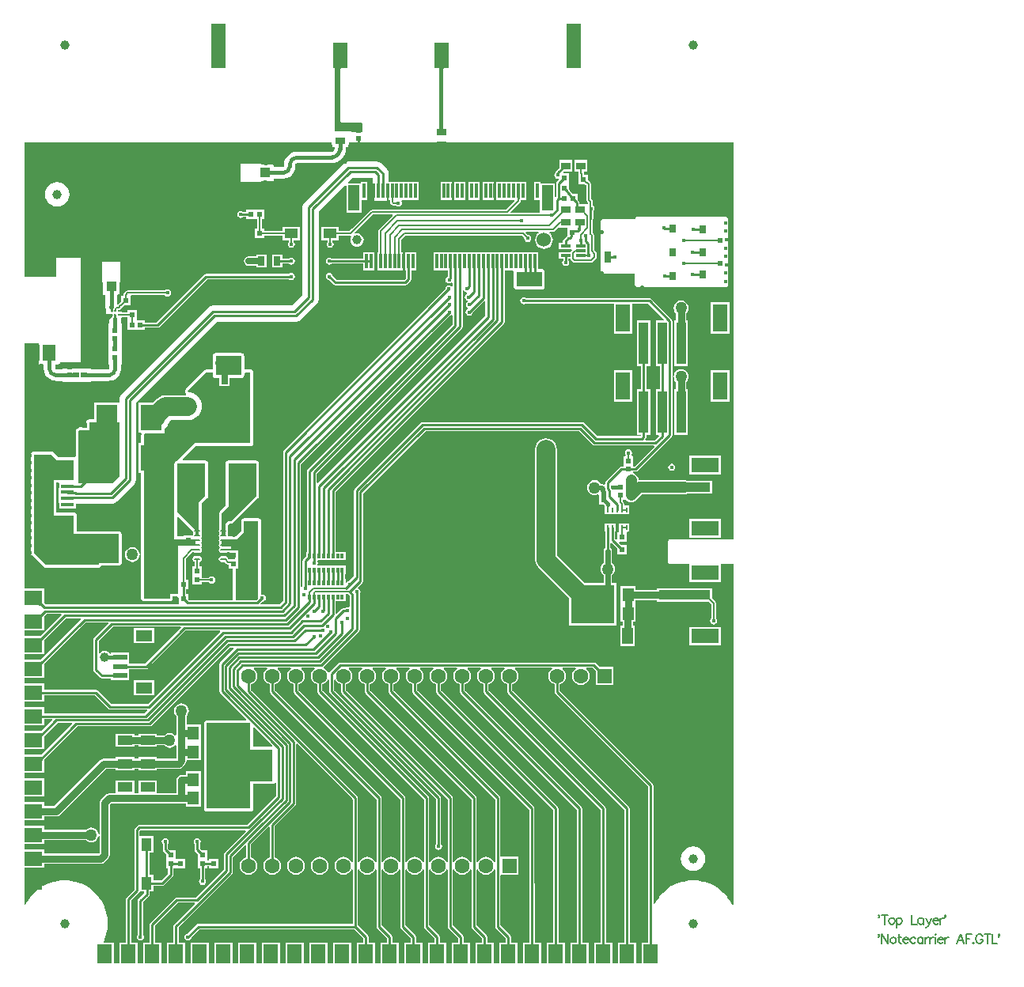
<source format=gtl>
G04*
G04 #@! TF.GenerationSoftware,Altium Limited,Altium Designer,20.2.6 (241)*
G04*
G04 Layer_Physical_Order=1*
G04 Layer_Color=255*
%FSLAX25Y25*%
%MOIN*%
G70*
G04*
G04 #@! TF.SameCoordinates,785051FB-66B4-4767-B951-84AC3D2C5656*
G04*
G04*
G04 #@! TF.FilePolarity,Positive*
G04*
G01*
G75*
%ADD10C,0.00787*%
%ADD11C,0.00591*%
%ADD15R,0.02598X0.02441*%
%ADD16R,0.04134X0.05512*%
%ADD17R,0.02441X0.02441*%
%ADD18R,0.02441X0.02441*%
G04:AMPARAMS|DCode=19|XSize=9.45mil|YSize=23.62mil|CornerRadius=4.72mil|HoleSize=0mil|Usage=FLASHONLY|Rotation=90.000|XOffset=0mil|YOffset=0mil|HoleType=Round|Shape=RoundedRectangle|*
%AMROUNDEDRECTD19*
21,1,0.00945,0.01417,0,0,90.0*
21,1,0.00000,0.02362,0,0,90.0*
1,1,0.00945,0.00709,0.00000*
1,1,0.00945,0.00709,0.00000*
1,1,0.00945,-0.00709,0.00000*
1,1,0.00945,-0.00709,0.00000*
%
%ADD19ROUNDEDRECTD19*%
%ADD20R,0.06000X0.05000*%
%ADD21R,0.09055X0.11024*%
%ADD22R,0.11614X0.13780*%
%ADD23R,0.04528X0.05709*%
%ADD24R,0.04724X0.10827*%
%ADD25R,0.01181X0.06102*%
%ADD26R,0.06299X0.03937*%
%ADD27R,0.07087X0.04724*%
%ADD28R,0.06102X0.02362*%
%ADD29R,0.05512X0.04134*%
%ADD30R,0.02756X0.02756*%
%ADD31R,0.01968X0.05512*%
%ADD32R,0.02756X0.02953*%
%ADD33R,0.07480X0.01772*%
%ADD34R,0.02756X0.03543*%
%ADD35R,0.02559X0.04724*%
%ADD36R,0.09449X0.01772*%
%ADD37R,0.11417X0.01772*%
%ADD38R,0.02362X0.02362*%
%ADD39R,0.03937X0.17717*%
%ADD40R,0.06299X0.11811*%
%ADD41C,0.03937*%
%ADD42R,0.03898X0.01181*%
%ADD43R,0.07480X0.03543*%
%ADD44R,0.04528X0.07087*%
%ADD45R,0.00984X0.01968*%
%ADD46R,0.09449X0.03307*%
%ADD47R,0.04134X0.03937*%
%ADD48R,0.08661X0.04134*%
%ADD49R,0.02756X0.03937*%
%ADD50R,0.01181X0.01968*%
%ADD51R,0.03937X0.03150*%
%ADD52R,0.05709X0.06693*%
%ADD53R,0.12598X0.06693*%
%ADD54R,0.05906X0.18583*%
%ADD55R,0.05906X0.10709*%
%ADD56R,0.11811X0.06299*%
%ADD57R,0.21654X0.03937*%
%ADD58R,0.00984X0.00984*%
%ADD59R,0.05315X0.01575*%
%ADD60R,0.06299X0.08268*%
%ADD61R,0.07480X0.07480*%
%ADD62R,0.07480X0.07087*%
%ADD63R,0.04016X0.02520*%
%ADD64R,0.04134X0.08661*%
%ADD65R,0.03937X0.04134*%
%ADD66R,0.07087X0.04528*%
%ADD73C,0.05598*%
%ADD131C,0.01968*%
%ADD132C,0.01575*%
%ADD133R,0.18307X0.16339*%
%ADD134C,0.00984*%
%ADD135C,0.00906*%
%ADD136C,0.01968*%
%ADD137C,0.02953*%
%ADD138C,0.02362*%
%ADD139C,0.07874*%
%ADD140C,0.01024*%
%ADD141C,0.03091*%
%ADD142C,0.04724*%
%ADD143C,0.02756*%
%ADD144R,0.10780X0.08151*%
%ADD145R,0.09921X0.02913*%
%ADD146R,0.10625X0.06487*%
%ADD147R,0.27705X0.13251*%
%ADD148C,0.06299*%
%ADD149R,0.06299X0.06299*%
%ADD150C,0.06000*%
%ADD151R,0.07638X0.07638*%
%ADD152C,0.23622*%
%ADD153R,0.07677X0.06299*%
%ADD154R,0.06299X0.07874*%
%ADD155C,0.01772*%
%ADD156C,0.05000*%
G36*
X136811Y378346D02*
X134646D01*
X134577Y378343D01*
X134509Y378334D01*
X134442Y378320D01*
X134376Y378299D01*
X134313Y378273D01*
X134252Y378241D01*
X134194Y378204D01*
X134140Y378162D01*
X134089Y378116D01*
X134043Y378065D01*
X134001Y378011D01*
X133964Y377953D01*
X133932Y377892D01*
X133906Y377828D01*
X133885Y377763D01*
X133870Y377696D01*
X133861Y377628D01*
X133858Y377559D01*
Y355906D01*
X133861Y355837D01*
X133870Y355769D01*
X133885Y355702D01*
X133906Y355636D01*
X133932Y355573D01*
X133964Y355512D01*
X134001Y355454D01*
X134043Y355399D01*
X134089Y355349D01*
X134140Y355302D01*
X134194Y355260D01*
X134252Y355224D01*
X134313Y355192D01*
X134376Y355166D01*
X134442Y355145D01*
X134509Y355130D01*
X134577Y355121D01*
X134646Y355118D01*
X142521D01*
X142589Y355115D01*
X142658Y355106D01*
X142725Y355091D01*
X142790Y355071D01*
X142854Y355044D01*
X142915Y355013D01*
X142973Y354976D01*
X143027Y354934D01*
X143078Y354888D01*
X143124Y354837D01*
X143166Y354782D01*
X143203Y354724D01*
X143235Y354663D01*
X143261Y354600D01*
X143281Y354535D01*
X143296Y354467D01*
X143305Y354399D01*
X143308Y354331D01*
Y351260D01*
X138858D01*
X138622Y351496D01*
X131496D01*
Y377756D01*
X131494Y377807D01*
X131487Y377858D01*
X131476Y377909D01*
X131460Y377958D01*
X131441Y378006D01*
X131417Y378051D01*
X131389Y378095D01*
X131358Y378135D01*
X131323Y378173D01*
X131285Y378208D01*
X131244Y378240D01*
X131201Y378267D01*
X131155Y378291D01*
X131107Y378311D01*
X131058Y378326D01*
X131008Y378338D01*
X130957Y378344D01*
X130905Y378346D01*
Y389055D01*
X136811D01*
Y378346D01*
D02*
G37*
G36*
X179331D02*
X177953D01*
X177884Y378343D01*
X177816Y378334D01*
X177749Y378320D01*
X177683Y378299D01*
X177620Y378273D01*
X177559Y378241D01*
X177501Y378204D01*
X177447Y378162D01*
X177396Y378116D01*
X177350Y378065D01*
X177308Y378011D01*
X177271Y377953D01*
X177239Y377892D01*
X177213Y377828D01*
X177192Y377763D01*
X177177Y377696D01*
X177168Y377628D01*
X177165Y377559D01*
Y353150D01*
X177165D01*
X177168Y353081D01*
X177177Y353013D01*
X177192Y352946D01*
X177213Y352880D01*
X177239Y352817D01*
X177271Y352756D01*
X177308Y352698D01*
X177350Y352643D01*
X177396Y352593D01*
X177447Y352546D01*
X177501Y352505D01*
X177559Y352468D01*
X177620Y352436D01*
X177683Y352410D01*
X177749Y352389D01*
X177816Y352374D01*
X177884Y352365D01*
X177953Y352362D01*
X178386D01*
Y349843D01*
X174370D01*
Y352362D01*
X174803D01*
X174872Y352365D01*
X174940Y352374D01*
X175007Y352389D01*
X175073Y352410D01*
X175136Y352436D01*
X175197Y352468D01*
X175255Y352505D01*
X175309Y352546D01*
X175360Y352593D01*
X175406Y352643D01*
X175448Y352698D01*
X175485Y352756D01*
X175517Y352817D01*
X175543Y352880D01*
X175564Y352946D01*
X175579Y353013D01*
X175588Y353081D01*
X175591Y353150D01*
Y377559D01*
X175588Y377628D01*
X175579Y377696D01*
X175564Y377763D01*
X175543Y377828D01*
X175517Y377892D01*
X175485Y377953D01*
X175448Y378011D01*
X175406Y378065D01*
X175360Y378116D01*
X175309Y378162D01*
X175255Y378204D01*
X175197Y378241D01*
X175136Y378273D01*
X175073Y378299D01*
X175007Y378320D01*
X174940Y378334D01*
X174872Y378343D01*
X174803Y378346D01*
X173425D01*
Y389055D01*
X179331D01*
Y378346D01*
D02*
G37*
G36*
X299394Y179543D02*
X272638D01*
X272331Y179482D01*
X272070Y179308D01*
X271896Y179047D01*
X271835Y178740D01*
Y170079D01*
X271896Y169772D01*
X272070Y169511D01*
X272331Y169337D01*
X272638Y169276D01*
X280906D01*
Y161625D01*
X294291D01*
Y169276D01*
X299394D01*
Y25548D01*
X298894Y25432D01*
X298253Y26732D01*
X298204Y26795D01*
X298174Y26868D01*
X296941Y28714D01*
X296885Y28770D01*
X296845Y28839D01*
X295382Y30507D01*
X295319Y30555D01*
X295271Y30618D01*
X293602Y32081D01*
X293533Y32121D01*
X293477Y32177D01*
X291632Y33410D01*
X291559Y33441D01*
X291496Y33489D01*
X289505Y34471D01*
X289429Y34491D01*
X289360Y34531D01*
X287258Y35244D01*
X287180Y35255D01*
X287106Y35285D01*
X284930Y35718D01*
X284850D01*
X284773Y35739D01*
X282559Y35884D01*
X282480Y35873D01*
X282401Y35884D01*
X280187Y35739D01*
X280110Y35718D01*
X280031D01*
X277854Y35285D01*
X277781Y35255D01*
X277702Y35244D01*
X275601Y34531D01*
X275532Y34491D01*
X275455Y34471D01*
X273465Y33489D01*
X273402Y33441D01*
X273328Y33410D01*
X271483Y32177D01*
X271427Y32121D01*
X271358Y32081D01*
X269690Y30618D01*
X269642Y30555D01*
X269579Y30507D01*
X268115Y28839D01*
X268076Y28770D01*
X268019Y28714D01*
X266787Y26868D01*
X266756Y26795D01*
X266708Y26732D01*
X266217Y25736D01*
X265730Y25850D01*
Y75925D01*
X265646Y76348D01*
X265406Y76706D01*
X226340Y115772D01*
Y118409D01*
X227122Y118733D01*
X227904Y119333D01*
X228503Y120114D01*
X228880Y121024D01*
X229009Y122000D01*
X228880Y122976D01*
X228503Y123886D01*
X227904Y124668D01*
X227453Y125013D01*
X227623Y125513D01*
X232850D01*
X233019Y125013D01*
X232569Y124668D01*
X231969Y123886D01*
X231592Y122976D01*
X231464Y122000D01*
X231592Y121024D01*
X231969Y120114D01*
X232569Y119333D01*
X233350Y118733D01*
X234260Y118356D01*
X235236Y118228D01*
X236213Y118356D01*
X237122Y118733D01*
X237904Y119333D01*
X238503Y120114D01*
X238880Y121024D01*
X239009Y122000D01*
X238880Y122976D01*
X238503Y123886D01*
X237904Y124668D01*
X237453Y125013D01*
X237623Y125513D01*
X240162D01*
X241496Y124179D01*
Y118260D01*
X248976D01*
Y125740D01*
X243057D01*
X241400Y127398D01*
X241041Y127637D01*
X240619Y127721D01*
X133868D01*
X133446Y127637D01*
X133088Y127398D01*
X129456Y123766D01*
X129233Y123432D01*
X129095Y123406D01*
X128705Y123399D01*
X128503Y123886D01*
X127904Y124668D01*
X127122Y125267D01*
X126917Y125352D01*
X126844Y125556D01*
X126834Y125928D01*
X141726Y140819D01*
X141965Y141177D01*
X142049Y141600D01*
Y156399D01*
X142336Y156828D01*
X142450Y157404D01*
X142336Y157980D01*
X142009Y158469D01*
X141521Y158795D01*
X141401Y158819D01*
X141236Y159362D01*
X143103Y161228D01*
X143343Y161587D01*
X143427Y162009D01*
Y199002D01*
X169698Y225274D01*
X234520D01*
X240188Y219607D01*
X240546Y219367D01*
X240968Y219283D01*
X241138D01*
X241306Y219171D01*
X241729Y219087D01*
X265923D01*
X266114Y218625D01*
X257763Y210273D01*
X257236D01*
Y214721D01*
X256710D01*
X256443Y215220D01*
X256619Y215483D01*
X256733Y216059D01*
X256619Y216636D01*
X256292Y217124D01*
X255804Y217450D01*
X255228Y217565D01*
X254652Y217450D01*
X254164Y217124D01*
X253837Y216636D01*
X253723Y216059D01*
X253837Y215483D01*
X254013Y215220D01*
X253746Y214721D01*
X253220D01*
Y210273D01*
X252252D01*
X251829Y210189D01*
X251471Y209950D01*
X245715Y204194D01*
X245476Y203836D01*
X245392Y203413D01*
Y202834D01*
X244892Y202629D01*
X244517Y202879D01*
X243903Y203001D01*
X243903Y203001D01*
X243633D01*
X243174Y203600D01*
X242528Y204095D01*
X241776Y204407D01*
X240969Y204513D01*
X240162Y204407D01*
X239411Y204095D01*
X238765Y203600D01*
X238270Y202954D01*
X237958Y202202D01*
X237852Y201396D01*
X237958Y200589D01*
X238270Y199837D01*
X238765Y199191D01*
X239411Y198696D01*
X240162Y198385D01*
X240969Y198278D01*
X241776Y198385D01*
X241819Y198403D01*
X242203Y198561D01*
X242702Y198227D01*
X242702Y198206D01*
X242702D01*
Y194190D01*
X244731D01*
X245216Y193704D01*
Y190252D01*
X255649D01*
Y193795D01*
X253405D01*
Y194583D01*
X253328Y194967D01*
X253111Y195293D01*
X252821Y195582D01*
X253002Y196082D01*
X253698D01*
Y196082D01*
X254198Y196244D01*
X254292Y196122D01*
X254908Y195649D01*
X255627Y195352D01*
X256398Y195250D01*
X257169Y195352D01*
X257887Y195649D01*
X258504Y196122D01*
X259189Y196808D01*
X260934Y198553D01*
X278740D01*
X279511Y198655D01*
X279803Y198776D01*
X290354D01*
Y204287D01*
X279803D01*
X279511Y204408D01*
X278740Y204510D01*
X259957D01*
X259695Y204519D01*
X259415Y204977D01*
X259373Y205298D01*
X259075Y206017D01*
X258602Y206633D01*
X257985Y207107D01*
X257267Y207404D01*
X257236Y207408D01*
Y208065D01*
X258220D01*
X258643Y208149D01*
X259001Y208389D01*
X273418Y222807D01*
X273658Y223165D01*
X273742Y223587D01*
Y271539D01*
X273658Y271962D01*
X273418Y272320D01*
X264852Y280886D01*
X264494Y281125D01*
X264072Y281209D01*
X212284D01*
X212239Y281277D01*
X211751Y281603D01*
X211174Y281718D01*
X210598Y281603D01*
X210110Y281277D01*
X209784Y280789D01*
X209669Y280213D01*
X209784Y279637D01*
X210110Y279148D01*
X210598Y278822D01*
X211174Y278707D01*
X211751Y278822D01*
X212019Y279001D01*
X249016D01*
Y266326D01*
X256890D01*
Y279001D01*
X263615D01*
X270317Y272299D01*
X270125Y271837D01*
X266732D01*
Y252546D01*
X268384D01*
Y242930D01*
X266732D01*
Y223638D01*
X267828D01*
X268036Y223138D01*
X266192Y221294D01*
X262469D01*
X262278Y221756D01*
X262395Y221873D01*
X262634Y222232D01*
X262718Y222654D01*
Y223638D01*
X264370D01*
Y242930D01*
X262718D01*
Y252546D01*
X264370D01*
Y271837D01*
X258858D01*
Y252546D01*
X260510D01*
Y242930D01*
X258858D01*
Y223638D01*
X260510D01*
Y223111D01*
X260465Y223066D01*
X242078D01*
X236410Y228733D01*
X236052Y228973D01*
X235630Y229057D01*
X168589D01*
X168166Y228973D01*
X167808Y228733D01*
X139968Y200892D01*
X139728Y200534D01*
X139644Y200112D01*
Y164113D01*
X137433Y161902D01*
X137126Y161841D01*
X136638Y161515D01*
X136534Y161360D01*
X136034Y161511D01*
Y162916D01*
X135760D01*
Y164894D01*
X136034D01*
Y168437D01*
X124532D01*
X124265Y168937D01*
X124333Y169039D01*
X124448Y169615D01*
X124333Y170191D01*
X124261Y170299D01*
X124528Y170799D01*
X136034D01*
Y174343D01*
X131823D01*
Y199619D01*
X202742Y270538D01*
X202982Y270896D01*
X203066Y271319D01*
Y292936D01*
X206649D01*
X206966Y292549D01*
X206960Y292516D01*
Y286029D01*
X207051Y285568D01*
X207312Y285177D01*
X207703Y284916D01*
X208164Y284824D01*
X218789D01*
X219249Y284916D01*
X219640Y285177D01*
X219901Y285568D01*
X219993Y286029D01*
Y292516D01*
X219901Y292977D01*
X219640Y293367D01*
X219249Y293628D01*
X218789Y293720D01*
X217119D01*
Y300613D01*
X173025D01*
Y292936D01*
X179204D01*
Y290318D01*
X179139Y290305D01*
X178651Y289979D01*
X178325Y289490D01*
X178210Y288914D01*
X178325Y288338D01*
X178651Y287850D01*
X179139Y287524D01*
X179715Y287409D01*
X180291Y287524D01*
X180673Y287778D01*
X181049Y287649D01*
X181173Y287557D01*
Y286508D01*
X180954Y286378D01*
X180673Y286299D01*
X180254Y286578D01*
X179678Y286693D01*
X179102Y286578D01*
X178614Y286252D01*
X178288Y285764D01*
X178187Y285258D01*
X110046Y217117D01*
X109807Y216759D01*
X109723Y216336D01*
Y153589D01*
X108264Y152130D01*
X100511D01*
X100320Y152593D01*
X101033Y153305D01*
X101539Y153406D01*
X102027Y153732D01*
X102354Y154221D01*
X102468Y154797D01*
X102354Y155373D01*
X102027Y155861D01*
X101539Y156187D01*
X100963Y156302D01*
X100926Y156295D01*
X100540Y156612D01*
Y187270D01*
X100448Y187731D01*
X100187Y188122D01*
X99796Y188383D01*
X99335Y188475D01*
X93335Y188475D01*
X92874Y188383D01*
X92484Y188122D01*
X92223Y187731D01*
X92131Y187270D01*
Y183223D01*
X89846Y180938D01*
X89846Y180938D01*
X89831Y180915D01*
X89807Y180899D01*
X89807Y180899D01*
X89719Y180810D01*
X86878Y180810D01*
X86639Y181102D01*
X86559Y181506D01*
Y182667D01*
X86639Y183071D01*
X86559Y183474D01*
Y185471D01*
X87153Y186066D01*
X87814D01*
X88275Y186158D01*
X88665Y186419D01*
X88665Y186419D01*
X99230Y196983D01*
X99491Y197374D01*
X99582Y197835D01*
X99582Y197835D01*
Y211614D01*
X99491Y212075D01*
X99230Y212466D01*
X98839Y212727D01*
X98378Y212818D01*
X86764D01*
X86303Y212727D01*
X85913Y212466D01*
X85651Y212075D01*
X85560Y211614D01*
Y193759D01*
X83086Y191285D01*
X82824Y190894D01*
X82733Y190433D01*
X82733Y190433D01*
Y183474D01*
X82652Y183071D01*
X82733Y182667D01*
Y181506D01*
X82652Y181102D01*
X82750Y180611D01*
X82969Y180283D01*
X82824Y180067D01*
X82733Y179606D01*
Y179537D01*
X82652Y179134D01*
X82733Y178730D01*
X82733Y177569D01*
X82652Y177165D01*
X82750Y176674D01*
X83029Y176257D01*
X82833Y175813D01*
X82811Y175779D01*
X82750Y175688D01*
X82652Y175197D01*
X82750Y174705D01*
X83029Y174289D01*
X83446Y174010D01*
X83937Y173912D01*
X85354D01*
X85846Y174010D01*
X86263Y174289D01*
X86266Y174294D01*
X86861D01*
X86984Y174109D01*
X87375Y173848D01*
X87835Y173756D01*
X89185D01*
X89342Y173651D01*
X89494Y173621D01*
Y171221D01*
X86813D01*
X86605Y171428D01*
X86541Y171751D01*
X86263Y172168D01*
X85846Y172447D01*
X85354Y172544D01*
X83937D01*
X83446Y172447D01*
X83029Y172168D01*
X82750Y171751D01*
X82652Y171260D01*
X82750Y170768D01*
X83029Y170352D01*
X83446Y170073D01*
X83937Y169975D01*
X85220D01*
X85865Y169330D01*
X86191Y169112D01*
X86575Y169036D01*
X86683D01*
Y167205D01*
X88599D01*
Y153902D01*
X69903D01*
X69724Y154081D01*
Y156535D01*
X68820D01*
Y158425D01*
X69724D01*
Y162441D01*
X68720D01*
Y171238D01*
X71675Y174193D01*
X72148D01*
X72422Y174010D01*
X72913Y173912D01*
X74331D01*
X74822Y174010D01*
X75239Y174289D01*
X75517Y174705D01*
X75615Y175197D01*
X75517Y175688D01*
X75447Y175794D01*
X75273Y176181D01*
X75447Y176568D01*
X75517Y176674D01*
X75615Y177165D01*
X75517Y177657D01*
X75447Y177763D01*
X75273Y178150D01*
X75447Y178536D01*
X75517Y178642D01*
X75615Y179134D01*
X75517Y179625D01*
X75447Y179731D01*
X75273Y180118D01*
X75447Y180505D01*
X75517Y180611D01*
X75615Y181102D01*
X75535Y181506D01*
Y182667D01*
X75615Y183071D01*
X75535Y183475D01*
X75535Y194745D01*
X77773Y196983D01*
X77773Y196983D01*
X78034Y197374D01*
X78126Y197835D01*
X78126Y197835D01*
Y211614D01*
X78034Y212075D01*
X77773Y212466D01*
X77382Y212727D01*
X76921Y212818D01*
X67537D01*
X67346Y213280D01*
X72940Y218875D01*
X95917Y218875D01*
X96378Y218966D01*
X96769Y219227D01*
X97030Y219618D01*
X97122Y220079D01*
X97122Y249999D01*
X97076Y250228D01*
X97030Y250460D01*
X97030Y250460D01*
X97030Y250460D01*
X96899Y250656D01*
X96769Y250851D01*
X96769Y250851D01*
X96769Y250851D01*
X96575Y250980D01*
X96378Y251112D01*
X96378Y251112D01*
X96378Y251112D01*
X96147Y251158D01*
X95917Y251203D01*
X93719Y251204D01*
X93719Y251204D01*
X93365Y251643D01*
Y256890D01*
X93274Y257351D01*
X93013Y257741D01*
X92622Y258002D01*
X92161Y258094D01*
X81381D01*
X80920Y258002D01*
X80529Y257741D01*
X80268Y257351D01*
X80177Y256890D01*
Y251559D01*
X79823Y251205D01*
X77515Y251205D01*
X77515Y251205D01*
X77515Y251205D01*
X77248Y251152D01*
X77054Y251114D01*
X77054Y251114D01*
X77054Y251114D01*
X76877Y250996D01*
X76663Y250853D01*
X76663Y250853D01*
X76663Y250853D01*
X68756Y242946D01*
X68742Y242924D01*
X68721Y242909D01*
X68612Y242729D01*
X68495Y242555D01*
X68490Y242529D01*
X68476Y242507D01*
X68444Y242300D01*
X68403Y242094D01*
X68408Y242068D01*
X68404Y242043D01*
X68454Y241839D01*
X68495Y241633D01*
X68509Y241612D01*
X68516Y241586D01*
X68740Y241104D01*
X68830Y240981D01*
X68901Y240847D01*
X68967Y240793D01*
X68991Y240760D01*
X68954Y240578D01*
X68818Y240261D01*
X60042D01*
X60042Y240261D01*
X58860Y240105D01*
X57759Y239649D01*
X56813Y238923D01*
X56813Y238923D01*
X54962Y237072D01*
X48822D01*
Y229651D01*
Y224473D01*
X49744D01*
X50038Y223973D01*
X49977Y223668D01*
X49977Y223668D01*
Y220220D01*
X48717D01*
Y207622D01*
X49977D01*
Y154669D01*
X50068Y154208D01*
X50330Y153818D01*
X50720Y153557D01*
X51181Y153465D01*
X62165Y153465D01*
X62626Y153557D01*
X63017Y153818D01*
X63278Y154208D01*
X63370Y154669D01*
Y155331D01*
X65316D01*
X65709Y154962D01*
Y152520D01*
X65441Y152130D01*
X9746D01*
X9055Y152821D01*
Y158740D01*
X803D01*
Y262244D01*
X6890Y262244D01*
Y261607D01*
Y253347D01*
X8910D01*
Y251403D01*
X8921Y251352D01*
X9038Y250460D01*
X9084Y250108D01*
X9584Y248901D01*
X10380Y247864D01*
X11416Y247069D01*
X12623Y246569D01*
X13867Y246405D01*
X13919Y246395D01*
X16902D01*
Y246008D01*
X19529D01*
Y246008D01*
X28741D01*
Y246395D01*
X36459D01*
X36520Y246407D01*
X37735Y246567D01*
X38924Y247059D01*
X39945Y247843D01*
X40729Y248864D01*
X41221Y250053D01*
X41381Y251268D01*
X41393Y251329D01*
Y253397D01*
X41751D01*
Y256940D01*
Y261350D01*
Y264893D01*
Y270483D01*
X41364D01*
Y271145D01*
X41354Y271196D01*
D01*
Y272597D01*
X41665Y272976D01*
X41800D01*
Y273252D01*
X44098D01*
Y272245D01*
X44098D01*
X44098Y271851D01*
X44098D01*
Y267836D01*
X51657D01*
Y268740D01*
X56792D01*
X57214Y268824D01*
X57573Y269063D01*
X61485Y272976D01*
X65567Y277058D01*
D01*
X77760Y289250D01*
X112184D01*
X112613Y288964D01*
X113189Y288849D01*
X113765Y288964D01*
X114253Y289290D01*
X114580Y289778D01*
X114694Y290354D01*
X114580Y290930D01*
X114253Y291419D01*
X113765Y291745D01*
X113189Y291860D01*
X112613Y291745D01*
X112184Y291458D01*
X77302D01*
X76880Y291374D01*
X76522Y291135D01*
X56335Y270948D01*
X51657D01*
Y271852D01*
X48370D01*
X48113Y272245D01*
Y276261D01*
X44098D01*
Y275259D01*
X41800D01*
Y275535D01*
X41012D01*
Y276322D01*
X41256Y276721D01*
X41826Y277291D01*
X42107Y277479D01*
X42915Y278287D01*
X45512D01*
Y282303D01*
X45950Y282451D01*
X59919D01*
X59959Y282390D01*
X60448Y282064D01*
X61024Y281949D01*
X61600Y282064D01*
X62088Y282390D01*
X62414Y282879D01*
X62529Y283455D01*
X62414Y284031D01*
X62088Y284519D01*
X61600Y284845D01*
X61024Y284960D01*
X60448Y284845D01*
X59959Y284519D01*
X59919Y284458D01*
X44262D01*
X43878Y284382D01*
X43552Y284164D01*
X42794Y283406D01*
X42577Y283081D01*
X42500Y282697D01*
Y282303D01*
X41496D01*
Y279707D01*
X40876Y279086D01*
X40595Y278899D01*
X40313Y278617D01*
X39813Y278824D01*
Y282667D01*
X40983D01*
Y287982D01*
X43246D01*
Y296644D01*
X31632Y296644D01*
Y287982D01*
X33896D01*
Y282667D01*
X34996D01*
Y277887D01*
X34924Y277524D01*
X35108Y276603D01*
X35303Y276310D01*
Y275830D01*
X35304Y275828D01*
Y273763D01*
X36298D01*
X36348Y273734D01*
X36669Y273263D01*
X36537Y272597D01*
Y271155D01*
X36547Y271104D01*
Y270483D01*
X36160D01*
Y264893D01*
Y261350D01*
Y256940D01*
Y253397D01*
X36576D01*
Y251693D01*
X36482Y251306D01*
X36095Y251212D01*
X28741D01*
Y251598D01*
X22493D01*
Y251598D01*
X16902D01*
Y251212D01*
X14164D01*
X13860Y251345D01*
X13727Y251648D01*
Y253347D01*
X15748D01*
Y254134D01*
X24606D01*
Y298229D01*
X14173D01*
Y290759D01*
Y290207D01*
X803Y290207D01*
Y346848D01*
X130276D01*
Y344882D01*
X131414D01*
Y344324D01*
X131426Y344268D01*
X131333Y343799D01*
X131035Y343355D01*
X130590Y343057D01*
X130122Y342964D01*
X130065Y342975D01*
X115611D01*
Y342976D01*
X114198Y342790D01*
X112882Y342245D01*
X111751Y341377D01*
X110883Y340246D01*
X110338Y338930D01*
X110152Y337517D01*
X110152D01*
Y336884D01*
X109993Y336655D01*
X109764Y336495D01*
X105935D01*
Y337630D01*
X100620D01*
Y339894D01*
X91959D01*
X91959Y328279D01*
X100620D01*
Y330543D01*
X105935D01*
Y331678D01*
X109882D01*
X109923Y331686D01*
X111198Y331854D01*
X112424Y332362D01*
X113477Y333170D01*
X114286Y334223D01*
X114794Y335450D01*
X114961Y336724D01*
X114970Y336766D01*
Y337517D01*
X114965Y337539D01*
X115010Y337766D01*
X115151Y337977D01*
X115362Y338118D01*
X115589Y338163D01*
X115611Y338158D01*
X130065D01*
X130231Y338192D01*
X131265Y338293D01*
X132419Y338643D01*
X133482Y339212D01*
X134414Y339976D01*
X135178Y340908D01*
X135747Y341971D01*
X136097Y343125D01*
X136198Y344158D01*
X136231Y344324D01*
Y344882D01*
X137441D01*
Y346848D01*
X299394D01*
Y179543D01*
D02*
G37*
G36*
X80177Y250001D02*
Y248739D01*
X80268Y248278D01*
X80529Y247887D01*
X80920Y247626D01*
X81381Y247535D01*
X82908D01*
Y244102D01*
X87239D01*
Y247535D01*
X92161D01*
X92622Y247626D01*
X93013Y247887D01*
X93274Y248278D01*
X93365Y248739D01*
Y249646D01*
X93719Y249999D01*
X95917Y249999D01*
X95917Y220079D01*
X72441Y220079D01*
X65149Y212787D01*
X64846Y212727D01*
X64456Y212466D01*
X64195Y212075D01*
X64135Y211772D01*
X63976Y211614D01*
X63976Y179134D01*
X65394Y177717D01*
Y156535D01*
X62165D01*
Y154669D01*
X51181Y154669D01*
Y223668D01*
X51593Y224080D01*
X59845D01*
Y226203D01*
X60301Y226577D01*
X61039Y227476D01*
X61587Y228502D01*
X61738Y228998D01*
X62500Y229760D01*
X69663D01*
X70820Y229874D01*
X71934Y230211D01*
X72960Y230760D01*
X73859Y231498D01*
X74597Y232397D01*
X75145Y233423D01*
X75483Y234536D01*
X75597Y235694D01*
X75483Y236852D01*
X75145Y237965D01*
X74597Y238991D01*
X73859Y239890D01*
X72960Y240628D01*
X71934Y241176D01*
X70820Y241514D01*
X69832Y241611D01*
X69608Y242094D01*
X77515Y250001D01*
X80177Y250001D01*
D02*
G37*
G36*
X186173Y284123D02*
X186662Y283797D01*
X187124Y283705D01*
X187368Y283380D01*
X187440Y283213D01*
X187387Y283104D01*
X187223Y283072D01*
X186735Y282746D01*
X186408Y282257D01*
X186294Y281681D01*
X186408Y281105D01*
X186735Y280617D01*
X187223Y280290D01*
X187370Y280261D01*
X187476Y279730D01*
X187181Y279533D01*
X186854Y279045D01*
X186740Y278469D01*
X186854Y277893D01*
X187181Y277404D01*
X187468Y277212D01*
X187496Y277097D01*
X187457Y276649D01*
X187094Y276407D01*
X186768Y275919D01*
X186654Y275343D01*
X186768Y274767D01*
X187094Y274278D01*
X187583Y273952D01*
X188159Y273837D01*
X188735Y273952D01*
X189223Y274278D01*
X189550Y274767D01*
X189650Y275273D01*
X194452Y280075D01*
X194952Y279868D01*
Y273756D01*
X124449Y203253D01*
X123949Y203460D01*
Y207314D01*
X185026Y268391D01*
X185265Y268749D01*
X185349Y269172D01*
Y284552D01*
X185847Y284612D01*
X186173Y284123D01*
D02*
G37*
G36*
X98378Y197835D02*
X87814Y187270D01*
X86654D01*
X85354Y185970D01*
Y181102D01*
X83937D01*
Y190433D01*
X86764Y193260D01*
Y211614D01*
X98378D01*
Y197835D01*
D02*
G37*
G36*
X76921D02*
X74331Y195244D01*
X74331Y181102D01*
X72913D01*
Y183543D01*
X65307Y191149D01*
Y211614D01*
X76921D01*
Y197835D01*
D02*
G37*
G36*
X71638Y183116D02*
X71629Y183071D01*
X71709Y182667D01*
Y181506D01*
X71637Y181142D01*
X67874D01*
Y180810D01*
X65181D01*
X65181Y188920D01*
X65643Y189111D01*
X71638Y183116D01*
D02*
G37*
G36*
X99335Y154730D02*
X98507Y153902D01*
X89803D01*
Y167205D01*
X90698D01*
Y170748D01*
Y174764D01*
X89803D01*
Y174961D01*
X87835D01*
Y176693D01*
X84290Y176693D01*
X83937Y177047D01*
X83937Y179606D01*
X90218Y179606D01*
X90659Y180047D01*
X90698D01*
Y180087D01*
X93335Y182724D01*
Y187270D01*
X99335Y187270D01*
Y154730D01*
D02*
G37*
G36*
X181055Y274049D02*
X181173Y273960D01*
Y270166D01*
X120096Y209089D01*
X119857Y208731D01*
X119773Y208309D01*
Y174343D01*
X119498D01*
Y172557D01*
X118324Y171383D01*
X118085Y171025D01*
X118001Y170602D01*
Y159969D01*
X117643Y159620D01*
X117246Y159879D01*
Y211286D01*
X179787Y273828D01*
X180294Y273929D01*
X180673Y274182D01*
X181055Y274049D01*
D02*
G37*
G36*
X137784Y155777D02*
Y151157D01*
X137284Y150883D01*
X136821Y150975D01*
X136245Y150860D01*
X135816Y150574D01*
X135217D01*
X134795Y150489D01*
X134437Y150250D01*
X132323Y148136D01*
X131823Y148344D01*
Y153467D01*
X136034D01*
Y156401D01*
X137161D01*
X137784Y155777D01*
D02*
G37*
G36*
X16443Y147689D02*
X7515Y138761D01*
X7283D01*
X7177Y138740D01*
X803D01*
Y141260D01*
X9055D01*
Y147179D01*
X10027Y148151D01*
X16252D01*
X16443Y147689D01*
D02*
G37*
G36*
X24671Y145917D02*
X7494Y128740D01*
X803D01*
Y131260D01*
X9055D01*
Y137179D01*
X18256Y146379D01*
X24480D01*
X24671Y145917D01*
D02*
G37*
G36*
X66858Y142374D02*
X51635Y127151D01*
X44929D01*
Y131953D01*
X37252D01*
Y131389D01*
X36774D01*
X36451Y131809D01*
X35917Y132220D01*
X35294Y132477D01*
X34626Y132565D01*
X33958Y132477D01*
X33335Y132220D01*
X32801Y131809D01*
X32613Y131565D01*
X32113Y131735D01*
Y136883D01*
X38067Y142836D01*
X66667D01*
X66858Y142374D01*
D02*
G37*
G36*
X36254Y144146D02*
X30229Y138121D01*
X29989Y137762D01*
X29906Y137340D01*
Y124534D01*
X29989Y124111D01*
X30229Y123753D01*
X32653Y121330D01*
X33011Y121090D01*
X33433Y121006D01*
X37252D01*
Y120142D01*
X44929D01*
Y123579D01*
X44929Y124079D01*
X44929D01*
Y124079D01*
X44929D01*
Y124943D01*
X52092D01*
X52515Y125027D01*
X52873Y125267D01*
X68671Y141065D01*
X83105D01*
X83297Y140603D01*
X52801Y110107D01*
X37427D01*
X31790Y115744D01*
X31432Y115983D01*
X31009Y116068D01*
X9055D01*
Y118740D01*
X803D01*
Y121260D01*
X9055D01*
Y127179D01*
X26484Y144608D01*
X36063D01*
X36254Y144146D01*
D02*
G37*
G36*
X36189Y108223D02*
X36547Y107984D01*
X36970Y107899D01*
X52446D01*
X52637Y107438D01*
X51303Y106104D01*
X9055D01*
Y108740D01*
X803D01*
Y111260D01*
X9055D01*
Y113860D01*
X30552D01*
X36189Y108223D01*
D02*
G37*
G36*
X12680Y103434D02*
X7986Y98740D01*
X803D01*
Y101260D01*
X9055D01*
Y103896D01*
X12489D01*
X12680Y103434D01*
D02*
G37*
G36*
X105331Y92659D02*
X105117Y92165D01*
X97122D01*
Y100215D01*
X97584Y100406D01*
X105331Y92659D01*
D02*
G37*
G36*
X21105Y101859D02*
X7986Y88740D01*
X803D01*
Y91260D01*
X9055D01*
Y96687D01*
X14690Y102321D01*
X20914D01*
X21105Y101859D01*
D02*
G37*
G36*
X89053Y133516D02*
X83317Y127780D01*
X83078Y127422D01*
X82994Y126999D01*
Y115453D01*
X83078Y115031D01*
X83317Y114673D01*
X94221Y103769D01*
X94030Y103307D01*
X77610D01*
X77149Y103215D01*
X76759Y102954D01*
X76498Y102563D01*
X76406Y102102D01*
X76406Y66119D01*
X76498Y65658D01*
X76759Y65267D01*
X77149Y65006D01*
X77610Y64914D01*
X95917D01*
X96378Y65006D01*
X96769Y65267D01*
X97030Y65658D01*
X97122Y66119D01*
Y76505D01*
X105315D01*
X105776Y76597D01*
X106167Y76858D01*
X106270Y77013D01*
X106770Y76862D01*
Y71323D01*
X94621Y59175D01*
X49163D01*
X48740Y59091D01*
X48382Y58851D01*
X47448Y57917D01*
X47208Y57559D01*
X47124Y57137D01*
Y31953D01*
X43845Y28674D01*
X43606Y28316D01*
X43522Y27894D01*
Y9528D01*
X40886D01*
Y803D01*
X38366D01*
Y9528D01*
X34370D01*
X34106Y9952D01*
X34471Y10691D01*
X34491Y10768D01*
X34531Y10837D01*
X35244Y12938D01*
X35255Y13017D01*
X35285Y13091D01*
X35718Y15267D01*
Y15347D01*
X35739Y15423D01*
X35884Y17638D01*
X35873Y17717D01*
X35884Y17795D01*
X35739Y20010D01*
X35718Y20087D01*
Y20166D01*
X35285Y22342D01*
X35255Y22416D01*
X35244Y22495D01*
X34531Y24596D01*
X34491Y24665D01*
X34471Y24742D01*
X33489Y26732D01*
X33441Y26795D01*
X33410Y26868D01*
X32177Y28714D01*
X32121Y28770D01*
X32081Y28839D01*
X30618Y30507D01*
X30555Y30555D01*
X30507Y30618D01*
X28839Y32081D01*
X28770Y32121D01*
X28714Y32177D01*
X26868Y33410D01*
X26795Y33441D01*
X26732Y33489D01*
X24742Y34471D01*
X24665Y34491D01*
X24596Y34531D01*
X22495Y35244D01*
X22416Y35255D01*
X22342Y35285D01*
X20166Y35718D01*
X20087D01*
X20010Y35739D01*
X17795Y35884D01*
X17717Y35873D01*
X17638Y35884D01*
X15423Y35739D01*
X15347Y35718D01*
X15267D01*
X13091Y35285D01*
X13017Y35255D01*
X12938Y35244D01*
X10837Y34531D01*
X10768Y34491D01*
X10691Y34471D01*
X8701Y33489D01*
X8638Y33441D01*
X8565Y33410D01*
X6720Y32177D01*
X6663Y32121D01*
X6595Y32081D01*
X4926Y30618D01*
X4878Y30555D01*
X4815Y30507D01*
X3351Y28839D01*
X3312Y28770D01*
X3256Y28714D01*
X2023Y26868D01*
X1992Y26795D01*
X1944Y26732D01*
X1303Y25432D01*
X803Y25548D01*
Y41260D01*
X9055D01*
Y42893D01*
X32896D01*
X33703Y43053D01*
X34387Y43510D01*
X36116Y45239D01*
X36573Y45923D01*
X36733Y46730D01*
Y67807D01*
X37229Y68302D01*
X68949D01*
Y66768D01*
X75051D01*
Y74052D01*
X75051D01*
Y74524D01*
X75051D01*
Y81808D01*
X68949D01*
Y80273D01*
X66929D01*
X66123Y80113D01*
X65439Y79656D01*
X64982Y78972D01*
X64822Y78166D01*
Y72517D01*
X56661D01*
Y77913D01*
X48787D01*
Y72517D01*
X47213D01*
Y77913D01*
X39339D01*
Y72517D01*
X36356D01*
X35549Y72357D01*
X34865Y71900D01*
X33136Y70170D01*
X32679Y69487D01*
X32519Y68680D01*
Y55384D01*
X32019Y55352D01*
X31963Y55775D01*
X31651Y56526D01*
X31156Y57172D01*
X30511Y57667D01*
X29759Y57979D01*
X28952Y58085D01*
X28145Y57979D01*
X27393Y57667D01*
X26748Y57172D01*
X26686Y57091D01*
X9055D01*
Y58740D01*
X803D01*
Y61260D01*
X9055D01*
Y62893D01*
X14212D01*
X15018Y63053D01*
X15702Y63510D01*
X35085Y82893D01*
X39339D01*
Y82244D01*
X47213D01*
Y82893D01*
X48787D01*
Y82244D01*
X56661D01*
Y82893D01*
X65716D01*
X66523Y83053D01*
X67207Y83510D01*
X68419Y84722D01*
X68876Y85406D01*
X69037Y86213D01*
Y86413D01*
X75051D01*
Y93697D01*
X75051D01*
Y94169D01*
X75051D01*
Y101453D01*
X69037D01*
Y105005D01*
X69133Y105079D01*
X69629Y105725D01*
X69940Y106477D01*
X70046Y107283D01*
X69940Y108090D01*
X69629Y108842D01*
X69133Y109488D01*
X68488Y109983D01*
X67736Y110294D01*
X66929Y110401D01*
X66122Y110294D01*
X65371Y109983D01*
X64725Y109488D01*
X64230Y108842D01*
X63918Y108090D01*
X63812Y107283D01*
X63918Y106477D01*
X64230Y105725D01*
X64725Y105079D01*
X64822Y105005D01*
Y97074D01*
X64322Y96904D01*
X64212Y97047D01*
X63566Y97542D01*
X62815Y97853D01*
X62008Y97960D01*
X61201Y97853D01*
X60449Y97542D01*
X59804Y97047D01*
X59729Y96950D01*
X56661D01*
Y97598D01*
X48787D01*
Y96950D01*
X47213D01*
Y97598D01*
X39339D01*
Y92087D01*
X47213D01*
Y92735D01*
X48787D01*
Y92087D01*
X56661D01*
Y92735D01*
X59729D01*
X59804Y92638D01*
X60449Y92143D01*
X61201Y91831D01*
X62008Y91725D01*
X62815Y91831D01*
X63566Y92143D01*
X64212Y92638D01*
X64322Y92781D01*
X64822Y92611D01*
Y90055D01*
Y87107D01*
X56661D01*
Y87756D01*
X48787D01*
Y87107D01*
X47213D01*
Y87756D01*
X39339D01*
Y87107D01*
X34212D01*
X33405Y86947D01*
X32722Y86490D01*
X13339Y67107D01*
X9055D01*
Y68740D01*
X803D01*
Y71260D01*
X9055D01*
Y78740D01*
X803D01*
Y81260D01*
X9055D01*
Y86687D01*
X23115Y100747D01*
X53622D01*
X54045Y100831D01*
X54403Y101070D01*
X87311Y133978D01*
X88862D01*
X89053Y133516D01*
D02*
G37*
G36*
X95917Y102072D02*
X95917Y66119D01*
X77610D01*
X77610Y102102D01*
X95887D01*
X95917Y102072D01*
D02*
G37*
G36*
X32519Y54552D02*
Y47603D01*
X32023Y47107D01*
X9055D01*
Y48740D01*
X803D01*
Y51260D01*
X9055D01*
Y52877D01*
X26661D01*
X26748Y52764D01*
X27393Y52268D01*
X28145Y51957D01*
X28952Y51851D01*
X29759Y51957D01*
X30511Y52268D01*
X31156Y52764D01*
X31651Y53409D01*
X31963Y54161D01*
X32019Y54584D01*
X32519Y54552D01*
D02*
G37*
G36*
X131969Y120114D02*
X132569Y119333D01*
X133350Y118733D01*
X134132Y118409D01*
Y115495D01*
X134216Y115073D01*
X134456Y114715D01*
X179133Y70037D01*
Y43673D01*
X178633Y43573D01*
X178503Y43886D01*
X177904Y44668D01*
X177122Y45267D01*
X176213Y45644D01*
X175236Y45772D01*
X174260Y45644D01*
X173350Y45267D01*
X172569Y44668D01*
X171969Y43886D01*
X171841Y43576D01*
X171341Y43675D01*
Y70495D01*
X171256Y70917D01*
X171017Y71275D01*
X126340Y115952D01*
Y118409D01*
X127122Y118733D01*
X127904Y119333D01*
X128503Y120114D01*
X128632Y120425D01*
X129132Y120326D01*
Y115574D01*
X129216Y115151D01*
X129456Y114793D01*
X174132Y70117D01*
Y51202D01*
X173846Y50773D01*
X173731Y50197D01*
X173846Y49621D01*
X174172Y49132D01*
X174660Y48806D01*
X175236Y48692D01*
X175812Y48806D01*
X176301Y49132D01*
X176627Y49621D01*
X176742Y50197D01*
X176627Y50773D01*
X176340Y51202D01*
Y70574D01*
X176340Y70574D01*
X176256Y70996D01*
X176017Y71354D01*
X131340Y116031D01*
Y120326D01*
X131840Y120425D01*
X131969Y120114D01*
D02*
G37*
G36*
X153019Y125013D02*
X152569Y124668D01*
X151969Y123886D01*
X151592Y122976D01*
X151464Y122000D01*
X151592Y121024D01*
X151969Y120114D01*
X152569Y119333D01*
X153350Y118733D01*
X154132Y118409D01*
Y115495D01*
X154216Y115073D01*
X154456Y114715D01*
X199133Y70037D01*
Y43673D01*
X198633Y43573D01*
X198503Y43886D01*
X197904Y44668D01*
X197122Y45267D01*
X196213Y45644D01*
X195236Y45772D01*
X194260Y45644D01*
X193350Y45267D01*
X192569Y44668D01*
X191969Y43886D01*
X191841Y43576D01*
X191341Y43675D01*
Y70495D01*
X191256Y70917D01*
X191017Y71275D01*
X146340Y115952D01*
Y118409D01*
X147122Y118733D01*
X147904Y119333D01*
X148503Y120114D01*
X148880Y121024D01*
X149009Y122000D01*
X148880Y122976D01*
X148503Y123886D01*
X147904Y124668D01*
X147453Y125013D01*
X147623Y125513D01*
X152850D01*
X153019Y125013D01*
D02*
G37*
G36*
X143019D02*
X142569Y124668D01*
X141969Y123886D01*
X141592Y122976D01*
X141464Y122000D01*
X141592Y121024D01*
X141969Y120114D01*
X142569Y119333D01*
X143350Y118733D01*
X144132Y118409D01*
Y115495D01*
X144216Y115073D01*
X144456Y114715D01*
X189133Y70037D01*
Y43673D01*
X188633Y43573D01*
X188503Y43886D01*
X187904Y44668D01*
X187122Y45267D01*
X186213Y45644D01*
X185236Y45772D01*
X184260Y45644D01*
X183350Y45267D01*
X182569Y44668D01*
X181969Y43886D01*
X181841Y43576D01*
X181341Y43675D01*
Y70495D01*
X181256Y70917D01*
X181017Y71275D01*
X136340Y115952D01*
Y118409D01*
X137122Y118733D01*
X137904Y119333D01*
X138503Y120114D01*
X138880Y121024D01*
X139009Y122000D01*
X138880Y122976D01*
X138503Y123886D01*
X137904Y124668D01*
X137453Y125013D01*
X137623Y125513D01*
X142850D01*
X143019Y125013D01*
D02*
G37*
G36*
X123019D02*
X122569Y124668D01*
X121969Y123886D01*
X121592Y122976D01*
X121464Y122000D01*
X121592Y121024D01*
X121969Y120114D01*
X122569Y119333D01*
X123350Y118733D01*
X124132Y118409D01*
Y115495D01*
X124216Y115073D01*
X124456Y114715D01*
X169133Y70037D01*
Y43673D01*
X168633Y43573D01*
X168503Y43886D01*
X167904Y44668D01*
X167122Y45267D01*
X166213Y45644D01*
X165236Y45772D01*
X164260Y45644D01*
X163350Y45267D01*
X162569Y44668D01*
X161969Y43886D01*
X161841Y43576D01*
X161341Y43675D01*
Y70495D01*
X161257Y70917D01*
X161017Y71275D01*
X116340Y115952D01*
Y118409D01*
X117122Y118733D01*
X117904Y119333D01*
X118503Y120114D01*
X118880Y121024D01*
X119009Y122000D01*
X118880Y122976D01*
X118503Y123886D01*
X117904Y124668D01*
X117453Y125013D01*
X117623Y125513D01*
X122850D01*
X123019Y125013D01*
D02*
G37*
G36*
X113019D02*
X112569Y124668D01*
X111969Y123886D01*
X111592Y122976D01*
X111464Y122000D01*
X111592Y121024D01*
X111969Y120114D01*
X112569Y119333D01*
X113350Y118733D01*
X114132Y118409D01*
Y115495D01*
X114216Y115073D01*
X114456Y114715D01*
X159133Y70037D01*
Y43673D01*
X158633Y43573D01*
X158503Y43886D01*
X157904Y44668D01*
X157122Y45267D01*
X156213Y45644D01*
X155236Y45772D01*
X154260Y45644D01*
X153350Y45267D01*
X152569Y44668D01*
X151969Y43886D01*
X151841Y43576D01*
X151341Y43675D01*
Y52093D01*
Y70495D01*
X151257Y70917D01*
X151017Y71275D01*
X106340Y115952D01*
Y118409D01*
X107122Y118733D01*
X107904Y119333D01*
X108503Y120114D01*
X108880Y121024D01*
X109009Y122000D01*
X108880Y122976D01*
X108503Y123886D01*
X107904Y124668D01*
X107453Y125013D01*
X107623Y125513D01*
X112850D01*
X113019Y125013D01*
D02*
G37*
G36*
X103019D02*
X102569Y124668D01*
X101969Y123886D01*
X101592Y122976D01*
X101464Y122000D01*
X101592Y121024D01*
X101969Y120114D01*
X102569Y119333D01*
X103350Y118733D01*
X104132Y118409D01*
Y115495D01*
X104216Y115073D01*
X104456Y114715D01*
X149133Y70037D01*
Y52093D01*
Y43673D01*
X148633Y43573D01*
X148503Y43886D01*
X147904Y44668D01*
X147122Y45267D01*
X146213Y45644D01*
X145236Y45772D01*
X144260Y45644D01*
X143350Y45267D01*
X142569Y44668D01*
X141969Y43886D01*
X141841Y43576D01*
X141341Y43675D01*
Y70495D01*
X141256Y70917D01*
X141017Y71275D01*
X96340Y115952D01*
Y118409D01*
X97122Y118733D01*
X97904Y119333D01*
X98503Y120114D01*
X98880Y121024D01*
X99009Y122000D01*
X98880Y122976D01*
X98503Y123886D01*
X97904Y124668D01*
X97453Y125013D01*
X97623Y125513D01*
X102850D01*
X103019Y125013D01*
D02*
G37*
G36*
X199133Y40327D02*
Y16389D01*
X199217Y15967D01*
X199456Y15609D01*
X203522Y11543D01*
Y9528D01*
X200886D01*
Y803D01*
X198366D01*
Y9528D01*
X195730D01*
Y12000D01*
X195646Y12422D01*
X195406Y12781D01*
X191341Y16847D01*
Y40325D01*
X191841Y40424D01*
X191969Y40114D01*
X192569Y39333D01*
X193350Y38733D01*
X194260Y38356D01*
X195236Y38228D01*
X196213Y38356D01*
X197122Y38733D01*
X197904Y39333D01*
X198503Y40114D01*
X198633Y40427D01*
X199133Y40327D01*
D02*
G37*
G36*
X189133D02*
Y16389D01*
X189217Y15967D01*
X189456Y15609D01*
X193522Y11543D01*
Y9528D01*
X190886D01*
Y803D01*
X188366D01*
Y9528D01*
X185730D01*
Y12000D01*
X185646Y12422D01*
X185406Y12781D01*
X181341Y16847D01*
Y40325D01*
X181841Y40424D01*
X181969Y40114D01*
X182569Y39333D01*
X183350Y38733D01*
X184260Y38356D01*
X185236Y38228D01*
X186213Y38356D01*
X187122Y38733D01*
X187904Y39333D01*
X188503Y40114D01*
X188633Y40427D01*
X189133Y40327D01*
D02*
G37*
G36*
X179133D02*
Y16389D01*
X179217Y15967D01*
X179456Y15609D01*
X183522Y11543D01*
Y9528D01*
X180886D01*
Y803D01*
X178366D01*
Y9528D01*
X175730D01*
Y12000D01*
X175646Y12422D01*
X175407Y12781D01*
X171341Y16847D01*
Y40325D01*
X171841Y40424D01*
X171969Y40114D01*
X172569Y39333D01*
X173350Y38733D01*
X174260Y38356D01*
X175236Y38228D01*
X176213Y38356D01*
X177122Y38733D01*
X177904Y39333D01*
X178503Y40114D01*
X178633Y40427D01*
X179133Y40327D01*
D02*
G37*
G36*
X169133D02*
Y16389D01*
X169217Y15967D01*
X169456Y15609D01*
X173522Y11543D01*
Y9528D01*
X170886D01*
Y803D01*
X168366D01*
Y9528D01*
X165730D01*
Y12000D01*
X165646Y12422D01*
X165407Y12781D01*
X161341Y16847D01*
Y40325D01*
X161841Y40424D01*
X161969Y40114D01*
X162569Y39333D01*
X163350Y38733D01*
X164260Y38356D01*
X165236Y38228D01*
X166213Y38356D01*
X167122Y38733D01*
X167904Y39333D01*
X168503Y40114D01*
X168633Y40427D01*
X169133Y40327D01*
D02*
G37*
G36*
X159133D02*
Y16389D01*
X159217Y15967D01*
X159456Y15609D01*
X163522Y11543D01*
Y9528D01*
X160886D01*
Y803D01*
X158366D01*
Y9528D01*
X155730D01*
Y12000D01*
X155646Y12422D01*
X155406Y12781D01*
X151341Y16847D01*
Y40325D01*
X151841Y40424D01*
X151969Y40114D01*
X152569Y39333D01*
X153350Y38733D01*
X154260Y38356D01*
X155236Y38228D01*
X156213Y38356D01*
X157122Y38733D01*
X157904Y39333D01*
X158503Y40114D01*
X158633Y40427D01*
X159133Y40327D01*
D02*
G37*
G36*
X149133D02*
Y16389D01*
X149217Y15967D01*
X149456Y15609D01*
X153522Y11543D01*
Y9528D01*
X150886D01*
Y803D01*
X148366D01*
Y9528D01*
X145730D01*
Y12000D01*
X145646Y12422D01*
X145406Y12781D01*
X141341Y16847D01*
Y40325D01*
X141841Y40424D01*
X141969Y40114D01*
X142569Y39333D01*
X143350Y38733D01*
X144260Y38356D01*
X145236Y38228D01*
X146213Y38356D01*
X147122Y38733D01*
X147904Y39333D01*
X148503Y40114D01*
X148633Y40427D01*
X149133Y40327D01*
D02*
G37*
G36*
X139133Y70037D02*
Y43673D01*
X138633Y43573D01*
X138503Y43886D01*
X137904Y44668D01*
X137122Y45267D01*
X136213Y45644D01*
X135236Y45772D01*
X134260Y45644D01*
X133350Y45267D01*
X132569Y44668D01*
X131969Y43886D01*
X131592Y42976D01*
X131464Y42000D01*
X131592Y41024D01*
X131969Y40114D01*
X132569Y39333D01*
X133350Y38733D01*
X134260Y38356D01*
X135236Y38228D01*
X136213Y38356D01*
X137122Y38733D01*
X137904Y39333D01*
X138503Y40114D01*
X138633Y40427D01*
X139133Y40327D01*
Y17493D01*
X74055D01*
X73632Y17409D01*
X73274Y17170D01*
X69596Y13491D01*
X69089Y13391D01*
X68601Y13064D01*
X68275Y12576D01*
X68160Y12000D01*
X68275Y11424D01*
X68601Y10936D01*
X69089Y10609D01*
X69665Y10495D01*
X70241Y10609D01*
X70730Y10936D01*
X71056Y11424D01*
X71157Y11930D01*
X74512Y15285D01*
X139779D01*
X143522Y11543D01*
Y9528D01*
X140886D01*
Y803D01*
X138366D01*
Y9528D01*
X130886D01*
Y803D01*
X128366D01*
Y9528D01*
X120886D01*
Y803D01*
X118366D01*
Y9528D01*
X110886D01*
Y803D01*
X108366D01*
Y9528D01*
X100886D01*
Y803D01*
X98366D01*
Y9528D01*
X90886D01*
Y803D01*
X88366D01*
Y9528D01*
X80886D01*
Y803D01*
X78366D01*
Y9528D01*
X70886D01*
Y803D01*
X68366D01*
Y9528D01*
X65730D01*
Y15940D01*
X68527Y18737D01*
X88340Y38550D01*
X88579Y38908D01*
X88663Y39331D01*
Y45640D01*
X93670Y50647D01*
X94132Y50456D01*
Y45591D01*
X93350Y45267D01*
X92569Y44668D01*
X91969Y43886D01*
X91592Y42976D01*
X91464Y42000D01*
X91592Y41024D01*
X91969Y40114D01*
X92569Y39333D01*
X93350Y38733D01*
X94260Y38356D01*
X95236Y38228D01*
X96213Y38356D01*
X97122Y38733D01*
X97904Y39333D01*
X98503Y40114D01*
X98880Y41024D01*
X99009Y42000D01*
X98880Y42976D01*
X98503Y43886D01*
X97904Y44668D01*
X97122Y45267D01*
X96340Y45591D01*
Y51090D01*
X101753Y56503D01*
X101753Y56503D01*
X103670Y58420D01*
X104132Y58229D01*
Y45591D01*
X103350Y45267D01*
X102569Y44668D01*
X101969Y43886D01*
X101592Y42976D01*
X101464Y42000D01*
X101592Y41024D01*
X101969Y40114D01*
X102569Y39333D01*
X103350Y38733D01*
X104260Y38356D01*
X105236Y38228D01*
X106213Y38356D01*
X107122Y38733D01*
X107904Y39333D01*
X108503Y40114D01*
X108880Y41024D01*
X109009Y42000D01*
X108880Y42976D01*
X108503Y43886D01*
X107904Y44668D01*
X107122Y45267D01*
X106340Y45591D01*
Y58863D01*
X114954Y67476D01*
X115193Y67835D01*
X115277Y68257D01*
Y69291D01*
Y93240D01*
X115739Y93431D01*
X139133Y70037D01*
D02*
G37*
G36*
X94179Y56505D02*
X85204Y47530D01*
X84964Y47172D01*
X84880Y46749D01*
Y40440D01*
X73103Y28663D01*
X64961D01*
X64538Y28579D01*
X64180Y28340D01*
X53845Y18005D01*
X53606Y17647D01*
X53522Y17224D01*
Y9528D01*
X50886D01*
Y803D01*
X48366D01*
Y9528D01*
X45730D01*
Y27437D01*
X49009Y30716D01*
X49078Y30819D01*
X49351Y31095D01*
X49737Y31173D01*
X51298D01*
Y30508D01*
X48868Y28079D01*
X48629Y27721D01*
X48545Y27299D01*
Y13005D01*
X48258Y12576D01*
X48144Y12000D01*
X48258Y11424D01*
X48584Y10936D01*
X49073Y10609D01*
X49649Y10495D01*
X50225Y10609D01*
X50713Y10936D01*
X51040Y11424D01*
X51154Y12000D01*
X51040Y12576D01*
X50753Y13005D01*
Y26841D01*
X53182Y29271D01*
X53421Y29629D01*
X53505Y30051D01*
Y31173D01*
X55138D01*
Y33613D01*
X58831D01*
X59253Y33697D01*
X59611Y33936D01*
X63152Y37476D01*
X63391Y37835D01*
X63475Y38257D01*
Y40992D01*
X64379D01*
Y40992D01*
X68395D01*
Y45008D01*
X64379D01*
Y48551D01*
X61924D01*
X61270Y49205D01*
Y51160D01*
X61557Y51589D01*
X61672Y52165D01*
X61557Y52741D01*
X61231Y53230D01*
X60742Y53556D01*
X60166Y53671D01*
X59590Y53556D01*
X59102Y53230D01*
X58776Y52741D01*
X58661Y52165D01*
X58776Y51589D01*
X59062Y51160D01*
Y48748D01*
X59147Y48326D01*
X59386Y47967D01*
X60363Y46990D01*
Y44535D01*
Y40992D01*
X61267D01*
Y38714D01*
X58373Y35820D01*
X55138D01*
Y38260D01*
X53387D01*
Y47512D01*
X55138D01*
Y54598D01*
X49429Y54598D01*
X49332Y55058D01*
Y56679D01*
X49620Y56967D01*
X93988D01*
X94179Y56505D01*
D02*
G37*
G36*
X223019Y125013D02*
X222569Y124668D01*
X221969Y123886D01*
X221592Y122976D01*
X221464Y122000D01*
X221592Y121024D01*
X221969Y120114D01*
X222569Y119333D01*
X223350Y118733D01*
X224132Y118409D01*
Y115315D01*
X224216Y114892D01*
X224456Y114534D01*
X263522Y75468D01*
Y9528D01*
X260886D01*
Y803D01*
X258366D01*
Y9528D01*
X255730D01*
Y34449D01*
Y66105D01*
X255646Y66528D01*
X255406Y66886D01*
X206340Y115952D01*
Y118409D01*
X207122Y118733D01*
X207904Y119333D01*
X208503Y120114D01*
X208880Y121024D01*
X209009Y122000D01*
X208880Y122976D01*
X208503Y123886D01*
X207904Y124668D01*
X207453Y125013D01*
X207623Y125513D01*
X222850D01*
X223019Y125013D01*
D02*
G37*
G36*
X203019D02*
X202569Y124668D01*
X201969Y123886D01*
X201592Y122976D01*
X201464Y122000D01*
X201592Y121024D01*
X201969Y120114D01*
X202569Y119333D01*
X203350Y118733D01*
X204132Y118409D01*
Y115495D01*
X204216Y115073D01*
X204456Y114715D01*
X253522Y65648D01*
Y34449D01*
Y9528D01*
X250886D01*
Y803D01*
X248366D01*
Y9528D01*
X245730D01*
Y34449D01*
Y66105D01*
X245646Y66528D01*
X245407Y66886D01*
X196340Y115952D01*
Y118409D01*
X197122Y118733D01*
X197904Y119333D01*
X198503Y120114D01*
X198880Y121024D01*
X199009Y122000D01*
X198880Y122976D01*
X198503Y123886D01*
X197904Y124668D01*
X197453Y125013D01*
X197623Y125513D01*
X202850D01*
X203019Y125013D01*
D02*
G37*
G36*
X193019D02*
X192569Y124668D01*
X191969Y123886D01*
X191592Y122976D01*
X191464Y122000D01*
X191592Y121024D01*
X191969Y120114D01*
X192569Y119333D01*
X193350Y118733D01*
X194132Y118409D01*
Y115495D01*
X194216Y115073D01*
X194456Y114715D01*
X243522Y65648D01*
Y34449D01*
Y9528D01*
X240886D01*
Y803D01*
X238366D01*
Y9528D01*
X235730D01*
Y34449D01*
Y66105D01*
X235646Y66528D01*
X235406Y66886D01*
X186340Y115952D01*
Y118409D01*
X187122Y118733D01*
X187904Y119333D01*
X188503Y120114D01*
X188880Y121024D01*
X189009Y122000D01*
X188880Y122976D01*
X188503Y123886D01*
X187904Y124668D01*
X187453Y125013D01*
X187623Y125513D01*
X192850D01*
X193019Y125013D01*
D02*
G37*
G36*
X183019D02*
X182569Y124668D01*
X181969Y123886D01*
X181592Y122976D01*
X181464Y122000D01*
X181592Y121024D01*
X181969Y120114D01*
X182569Y119333D01*
X183350Y118733D01*
X184132Y118409D01*
Y115495D01*
X184216Y115073D01*
X184456Y114715D01*
X233522Y65648D01*
Y34449D01*
Y9528D01*
X230886D01*
Y803D01*
X228366D01*
Y9528D01*
X225730D01*
Y66105D01*
X225646Y66528D01*
X225407Y66886D01*
X176340Y115952D01*
Y118409D01*
X177122Y118733D01*
X177904Y119333D01*
X178503Y120114D01*
X178880Y121024D01*
X179009Y122000D01*
X178880Y122976D01*
X178503Y123886D01*
X177904Y124668D01*
X177453Y125013D01*
X177623Y125513D01*
X182850D01*
X183019Y125013D01*
D02*
G37*
G36*
X173019D02*
X172569Y124668D01*
X171969Y123886D01*
X171592Y122976D01*
X171464Y122000D01*
X171592Y121024D01*
X171969Y120114D01*
X172569Y119333D01*
X173350Y118733D01*
X174132Y118409D01*
Y115495D01*
X174216Y115073D01*
X174456Y114715D01*
X223522Y65648D01*
Y9528D01*
X220886D01*
Y803D01*
X218366D01*
Y9528D01*
X215730D01*
Y34449D01*
X215671Y34746D01*
Y66164D01*
X215587Y66587D01*
X215348Y66945D01*
X166340Y115952D01*
Y118409D01*
X167122Y118733D01*
X167904Y119333D01*
X168503Y120114D01*
X168880Y121024D01*
X169009Y122000D01*
X168880Y122976D01*
X168503Y123886D01*
X167904Y124668D01*
X167453Y125013D01*
X167623Y125513D01*
X172850D01*
X173019Y125013D01*
D02*
G37*
G36*
X163019D02*
X162569Y124668D01*
X161969Y123886D01*
X161592Y122976D01*
X161464Y122000D01*
X161592Y121024D01*
X161969Y120114D01*
X162569Y119333D01*
X163350Y118733D01*
X164132Y118409D01*
Y115495D01*
X164216Y115073D01*
X164456Y114715D01*
X213463Y65707D01*
Y34508D01*
X213522Y34211D01*
Y9528D01*
X210886D01*
Y803D01*
X208366D01*
Y9528D01*
X205730D01*
Y12000D01*
X205646Y12422D01*
X205406Y12781D01*
X201341Y16847D01*
Y37824D01*
X201496Y38260D01*
X201841Y38260D01*
X208976D01*
Y45740D01*
X201841D01*
X201496Y45740D01*
X201341Y46176D01*
Y70495D01*
X201256Y70917D01*
X201017Y71275D01*
X156340Y115952D01*
Y118409D01*
X157122Y118733D01*
X157904Y119333D01*
X158503Y120114D01*
X158880Y121024D01*
X159009Y122000D01*
X158880Y122976D01*
X158503Y123886D01*
X157904Y124668D01*
X157453Y125013D01*
X157623Y125513D01*
X162850D01*
X163019Y125013D01*
D02*
G37*
G36*
X72660Y25993D02*
X66966Y20298D01*
X63845Y17178D01*
X63606Y16820D01*
X63522Y16398D01*
Y9528D01*
X60886D01*
Y803D01*
X58366D01*
Y9528D01*
X55730D01*
Y16767D01*
X65418Y26455D01*
X72469D01*
X72660Y25993D01*
D02*
G37*
%LPC*%
G36*
X198418Y330337D02*
X193694D01*
Y322660D01*
X198418D01*
Y330337D01*
D02*
G37*
G36*
X192513D02*
X187789D01*
Y322660D01*
X192513D01*
Y330337D01*
D02*
G37*
G36*
X186608D02*
X181883D01*
Y322660D01*
X186608D01*
Y330337D01*
D02*
G37*
G36*
X180702D02*
X175978D01*
Y322660D01*
X180702D01*
Y330337D01*
D02*
G37*
G36*
X237906Y339425D02*
X232394D01*
Y334701D01*
X234146D01*
Y334012D01*
X234223Y333628D01*
X234236Y333608D01*
X234308Y333137D01*
X234308Y333137D01*
Y329122D01*
X236933D01*
X237172Y328962D01*
X237556Y328886D01*
X237569D01*
X237615Y328839D01*
Y322547D01*
X237691Y322162D01*
X237909Y321837D01*
X238334Y321412D01*
Y320565D01*
X238263Y320512D01*
X237763Y320764D01*
Y320828D01*
X234634D01*
Y321504D01*
X234550Y321927D01*
X234311Y322285D01*
X233865Y322730D01*
Y325185D01*
X231654D01*
X231637Y325269D01*
X231398Y325627D01*
X230653Y326371D01*
X230574Y326769D01*
X230335Y327127D01*
X230322Y327140D01*
Y329594D01*
X230322Y329594D01*
Y329988D01*
X230322D01*
X230322Y330095D01*
Y334004D01*
X227936D01*
X227689Y334504D01*
X227839Y334701D01*
X231606D01*
Y339425D01*
X226095D01*
Y336262D01*
X224804Y334972D01*
X224565Y334614D01*
X224493Y334253D01*
X224370Y334170D01*
X224044Y333682D01*
X223929Y333106D01*
X224044Y332530D01*
X224370Y332041D01*
X224858Y331715D01*
X225434Y331600D01*
X225704Y331654D01*
X225950Y331193D01*
X225230Y330473D01*
X224991Y330115D01*
X224907Y329693D01*
Y323908D01*
X224706Y323758D01*
X224206Y324009D01*
Y329648D01*
X218104D01*
Y330337D01*
X215348D01*
Y322660D01*
X217907D01*
Y317247D01*
X217478Y317076D01*
X205733D01*
X205542Y317537D01*
X209561Y321557D01*
X209779Y321883D01*
X209855Y322267D01*
Y322660D01*
X212198D01*
Y330337D01*
X199600D01*
Y322660D01*
X207173D01*
X207364Y322198D01*
X203619Y318454D01*
X147076D01*
X146692Y318377D01*
X146366Y318160D01*
X138739Y310533D01*
X138578Y310425D01*
X137673Y309520D01*
X133071D01*
Y311371D01*
X125984D01*
Y305662D01*
X128524D01*
Y305087D01*
X128463Y305046D01*
X128137Y304558D01*
X128022Y303982D01*
X128137Y303406D01*
X128463Y302918D01*
X128952Y302591D01*
X129528Y302477D01*
X130104Y302591D01*
X130592Y302918D01*
X130918Y303406D01*
X131033Y303982D01*
X130918Y304558D01*
X130592Y305046D01*
X130531Y305087D01*
Y305662D01*
X133071D01*
Y307513D01*
X138089D01*
X138222Y307539D01*
X138464Y307211D01*
X138517Y307088D01*
X138253Y306451D01*
X138159Y305731D01*
X138253Y305012D01*
X138531Y304341D01*
X138973Y303766D01*
X139548Y303324D01*
X140219Y303046D01*
X140938Y302951D01*
X141658Y303046D01*
X142328Y303324D01*
X142904Y303766D01*
X143345Y304341D01*
X143623Y305012D01*
X143718Y305731D01*
X143623Y306451D01*
X143345Y307121D01*
X142904Y307697D01*
X142328Y308138D01*
X141658Y308416D01*
X140938Y308511D01*
X140219Y308416D01*
X140041Y308343D01*
X139758Y308767D01*
X139890Y308898D01*
X140051Y309006D01*
X147492Y316446D01*
X155690D01*
X155882Y315985D01*
X150071Y310174D01*
X149854Y309849D01*
X149777Y309465D01*
Y300613D01*
X149403D01*
Y292936D01*
X160033D01*
Y300613D01*
X159658D01*
Y305778D01*
X161335Y307455D01*
X210392D01*
X211322Y306524D01*
X211308Y306453D01*
X211423Y305877D01*
X211749Y305388D01*
X212237Y305062D01*
X212813Y304947D01*
X213389Y305062D01*
X213878Y305388D01*
X214204Y305877D01*
X214319Y306453D01*
X214204Y307029D01*
X213878Y307517D01*
X213389Y307843D01*
X212813Y307958D01*
X212742Y307944D01*
X211985Y308700D01*
X212192Y309200D01*
X217234D01*
X217404Y308700D01*
X217011Y308399D01*
X216411Y307617D01*
X216035Y306708D01*
X215906Y305731D01*
X216035Y304755D01*
X216411Y303845D01*
X217011Y303064D01*
X217792Y302464D01*
X218702Y302087D01*
X219678Y301959D01*
X220655Y302087D01*
X221565Y302464D01*
X222346Y303064D01*
X222945Y303845D01*
X223322Y304755D01*
X223451Y305731D01*
X223322Y306708D01*
X222945Y307617D01*
X222346Y308399D01*
X221953Y308700D01*
X222123Y309200D01*
X223489D01*
X223873Y309276D01*
X224198Y309494D01*
X225513Y310809D01*
X225952Y310985D01*
Y310985D01*
X225952Y310985D01*
X229211D01*
X229636Y310803D01*
Y307510D01*
X229447Y307473D01*
X229088Y307233D01*
X227907Y306052D01*
X227668Y305694D01*
X227584Y305272D01*
Y304661D01*
X225952D01*
Y301905D01*
X230961D01*
X231249Y301905D01*
X231480Y301429D01*
X231148Y301096D01*
X230930Y300771D01*
X230921Y300724D01*
X225952D01*
Y297969D01*
X227680D01*
Y297265D01*
X227393Y296836D01*
X227279Y296260D01*
X227393Y295684D01*
X227720Y295195D01*
X228208Y294869D01*
X228784Y294755D01*
X229360Y294869D01*
X229848Y295195D01*
X230175Y295684D01*
X230289Y296260D01*
X230175Y296836D01*
X229888Y297265D01*
Y297969D01*
X230854D01*
X230930Y297584D01*
X231148Y297259D01*
X231935Y296472D01*
X232260Y296254D01*
X232645Y296178D01*
X239365D01*
X239749Y296254D01*
X240074Y296472D01*
X241489Y297886D01*
X241706Y298212D01*
X241783Y298596D01*
Y300029D01*
X241706Y300413D01*
X241489Y300739D01*
X240735Y301493D01*
Y307799D01*
X240658Y308183D01*
X240441Y308508D01*
X240341Y308608D01*
Y314517D01*
X240368Y314654D01*
Y317951D01*
X240429Y317991D01*
X240755Y318480D01*
X240870Y319056D01*
X240755Y319632D01*
X240429Y320120D01*
X240341Y320179D01*
Y321828D01*
X240265Y322212D01*
X240047Y322537D01*
X239622Y322962D01*
Y329255D01*
X239546Y329639D01*
X239328Y329965D01*
X238694Y330599D01*
X238368Y330817D01*
X238323Y330825D01*
Y333137D01*
X236591D01*
Y333574D01*
X236514Y333958D01*
X236352Y334201D01*
X236440Y334490D01*
X236587Y334701D01*
X237906D01*
Y339425D01*
D02*
G37*
G36*
X149250Y338903D02*
X137266D01*
X136298Y338710D01*
X135478Y338162D01*
X118621Y321305D01*
X118072Y320484D01*
X117880Y319516D01*
Y282482D01*
X113517Y278119D01*
X80130D01*
X79162Y277927D01*
X78342Y277379D01*
X66029Y265066D01*
X41676Y240714D01*
X41128Y239893D01*
X40936Y238925D01*
Y237072D01*
X30318D01*
Y230139D01*
X28039D01*
X27578Y230048D01*
X27188Y229787D01*
X26927Y229396D01*
X26835Y228935D01*
Y226740D01*
X24024D01*
X23960Y226727D01*
X23896Y226733D01*
X23731Y226682D01*
X23563Y226648D01*
X23509Y226612D01*
X23447Y226593D01*
X23039Y226370D01*
X22907Y226260D01*
X22764Y226165D01*
X22728Y226111D01*
X22679Y226069D01*
X22599Y225917D01*
X22503Y225774D01*
X22490Y225710D01*
X22460Y225653D01*
X22445Y225482D01*
X22411Y225313D01*
Y214462D01*
X21912Y214145D01*
X21654Y214196D01*
X15066D01*
X13056Y216206D01*
X12666Y216467D01*
X12205Y216559D01*
X12205Y216559D01*
X4724D01*
X4264Y216467D01*
X3873Y216206D01*
X3612Y215815D01*
X3520Y215354D01*
Y173787D01*
X3520Y173787D01*
X3612Y173326D01*
X3873Y172935D01*
X3873Y172935D01*
X8743Y168066D01*
X9133Y167805D01*
X9594Y167713D01*
X9594Y167713D01*
X32181D01*
X32642Y167805D01*
X33033Y168066D01*
X33273Y168426D01*
X40543D01*
X41004Y168517D01*
X41395Y168778D01*
X41656Y169169D01*
X41748Y169630D01*
Y181748D01*
X41656Y182209D01*
X41395Y182600D01*
X41004Y182861D01*
X40543Y182952D01*
X22858D01*
X22858Y189646D01*
X22766Y190107D01*
X22505Y190498D01*
X22114Y190759D01*
X21654Y190851D01*
X14261Y190851D01*
X14261Y203520D01*
X15051D01*
X15551Y203102D01*
Y201378D01*
X15157D01*
Y197441D01*
Y194882D01*
X15551D01*
Y192717D01*
X22441D01*
Y194619D01*
X22824Y194695D01*
X37927D01*
X38895Y194888D01*
X39715Y195436D01*
X47064Y202784D01*
X47612Y203605D01*
X47804Y204573D01*
Y229651D01*
Y237128D01*
X56708Y246031D01*
X65567Y254890D01*
D01*
X81927Y271251D01*
X115315D01*
X116283Y271443D01*
X117103Y271991D01*
X124008Y278896D01*
X124556Y279716D01*
X124749Y280684D01*
Y317719D01*
X135949Y328919D01*
X136411Y328728D01*
Y317247D01*
X142710D01*
Y322660D01*
X145269D01*
Y330337D01*
X142513D01*
Y329648D01*
X137331D01*
X137140Y330110D01*
X139064Y332034D01*
X147346D01*
Y326895D01*
X147268Y326499D01*
X147460Y325531D01*
X148008Y324711D01*
X148025Y324699D01*
Y322267D01*
X153537D01*
Y324699D01*
X153553Y324711D01*
X153824Y325116D01*
X154324Y324964D01*
Y322660D01*
X154698D01*
Y321982D01*
X154775Y321598D01*
X154992Y321273D01*
X155583Y320682D01*
X155909Y320464D01*
X156293Y320388D01*
X157194D01*
X157234Y320327D01*
X157723Y320001D01*
X158299Y319886D01*
X158875Y320001D01*
X159363Y320327D01*
X159689Y320815D01*
X159804Y321391D01*
X159689Y321967D01*
X159561Y322160D01*
X159828Y322660D01*
X166922D01*
Y330337D01*
X154715D01*
X154324Y330337D01*
X154215Y330792D01*
Y333938D01*
X154023Y334906D01*
X153474Y335726D01*
X151038Y338162D01*
X150218Y338710D01*
X149250Y338903D01*
D02*
G37*
G36*
X14626Y330162D02*
X13290Y329986D01*
X12045Y329471D01*
X10976Y328650D01*
X10155Y327581D01*
X9640Y326336D01*
X9464Y325000D01*
X9640Y323664D01*
X10155Y322419D01*
X10976Y321350D01*
X12045Y320529D01*
X13290Y320014D01*
X14626Y319838D01*
X15962Y320014D01*
X17207Y320529D01*
X18276Y321350D01*
X19097Y322419D01*
X19612Y323664D01*
X19788Y325000D01*
X19612Y326336D01*
X19097Y327581D01*
X18276Y328650D01*
X17207Y329471D01*
X15962Y329986D01*
X14626Y330162D01*
D02*
G37*
G36*
X101840Y318566D02*
X94282D01*
Y317662D01*
X92964D01*
X92535Y317949D01*
X91959Y318063D01*
X91383Y317949D01*
X90894Y317622D01*
X90568Y317134D01*
X90453Y316558D01*
X90568Y315982D01*
X90894Y315493D01*
X91383Y315167D01*
X91959Y315053D01*
X92535Y315167D01*
X92964Y315454D01*
X94282D01*
Y314550D01*
X98913D01*
Y310524D01*
X97992D01*
Y306508D01*
X102008D01*
Y307513D01*
X109646D01*
Y305662D01*
X112185D01*
Y305087D01*
X112125Y305046D01*
X111798Y304558D01*
X111684Y303982D01*
X111798Y303406D01*
X112125Y302918D01*
X112613Y302591D01*
X113189Y302477D01*
X113765Y302591D01*
X114253Y302918D01*
X114580Y303406D01*
X114694Y303982D01*
X114580Y304558D01*
X114253Y305046D01*
X114192Y305087D01*
Y305662D01*
X116732D01*
Y311371D01*
X109646D01*
Y309520D01*
X102008D01*
Y310524D01*
X100920D01*
Y314550D01*
X101840D01*
Y318566D01*
D02*
G37*
G36*
X148222Y300613D02*
X143497D01*
Y297977D01*
X130282D01*
X129853Y298264D01*
X129277Y298378D01*
X128700Y298264D01*
X128212Y297937D01*
X127886Y297449D01*
X127771Y296873D01*
X127886Y296297D01*
X128212Y295808D01*
X128700Y295482D01*
X129277Y295368D01*
X129853Y295482D01*
X130282Y295769D01*
X143497D01*
Y292936D01*
X148222D01*
Y300613D01*
D02*
G37*
G36*
X109449Y299629D02*
X105118D01*
Y294117D01*
X109449D01*
Y295769D01*
X112184D01*
X112613Y295482D01*
X113189Y295368D01*
X113765Y295482D01*
X114253Y295808D01*
X114580Y296297D01*
X114694Y296873D01*
X114580Y297449D01*
X114253Y297937D01*
X113765Y298264D01*
X113189Y298378D01*
X112613Y298264D01*
X112184Y297977D01*
X109449D01*
Y299629D01*
D02*
G37*
G36*
X102756D02*
X98425D01*
Y298880D01*
X95272D01*
X94504Y298727D01*
X93852Y298292D01*
X93417Y297641D01*
X93265Y296873D01*
X93417Y296105D01*
X93852Y295454D01*
X94504Y295019D01*
X95272Y294866D01*
X98425D01*
Y294117D01*
X102756D01*
Y299629D01*
D02*
G37*
G36*
X165938Y300613D02*
X161214D01*
Y292936D01*
X161488D01*
Y289722D01*
X160704Y288938D01*
X132254D01*
X130768Y290424D01*
X130667Y290930D01*
X130341Y291419D01*
X129853Y291745D01*
X129277Y291860D01*
X128700Y291745D01*
X128212Y291419D01*
X127886Y290930D01*
X127771Y290354D01*
X127886Y289778D01*
X128212Y289290D01*
X128700Y288964D01*
X129207Y288863D01*
X131016Y287054D01*
X131374Y286814D01*
X131797Y286730D01*
X161161D01*
X161584Y286814D01*
X161942Y287054D01*
X163372Y288484D01*
X163612Y288842D01*
X163696Y289265D01*
Y292936D01*
X165938D01*
Y300613D01*
D02*
G37*
G36*
X295969Y315708D02*
X259194D01*
X258733Y315616D01*
X258342Y315355D01*
X258081Y314965D01*
X258033Y314723D01*
X244761D01*
X244301Y314631D01*
X243910Y314370D01*
X243649Y313979D01*
X243557Y313518D01*
Y292652D01*
X243649Y292191D01*
X243910Y291801D01*
X244301Y291540D01*
X244761Y291448D01*
X257989D01*
Y287026D01*
X258081Y286565D01*
X258342Y286175D01*
X258733Y285914D01*
X259194Y285822D01*
X295969D01*
X296430Y285914D01*
X296821Y286175D01*
X297082Y286565D01*
X297174Y287026D01*
X297174Y314504D01*
X297082Y314965D01*
X296821Y315355D01*
X296430Y315616D01*
X295969Y315708D01*
D02*
G37*
G36*
X297835Y279711D02*
X289961D01*
Y266326D01*
X297835D01*
Y279711D01*
D02*
G37*
G36*
X277362Y280260D02*
X276555Y280154D01*
X275804Y279842D01*
X275158Y279347D01*
X274663Y278702D01*
X274351Y277950D01*
X274245Y277143D01*
X274351Y276336D01*
X274663Y275584D01*
X275158Y274939D01*
X275255Y274865D01*
Y271837D01*
X274606D01*
Y252546D01*
X280118D01*
Y271837D01*
X279470D01*
Y274865D01*
X279566Y274939D01*
X280062Y275584D01*
X280373Y276336D01*
X280479Y277143D01*
X280373Y277950D01*
X280062Y278702D01*
X279566Y279347D01*
X278921Y279842D01*
X278169Y280154D01*
X277362Y280260D01*
D02*
G37*
G36*
X297835Y250803D02*
X289961D01*
Y237418D01*
X297835D01*
Y250803D01*
D02*
G37*
G36*
X256890D02*
X249016D01*
Y237418D01*
X256890D01*
Y250803D01*
D02*
G37*
G36*
X277362Y251352D02*
X276555Y251246D01*
X275804Y250935D01*
X275158Y250439D01*
X274663Y249794D01*
X274351Y249042D01*
X274245Y248235D01*
X274351Y247428D01*
X274663Y246676D01*
X275158Y246031D01*
X275255Y245957D01*
Y242930D01*
X274606D01*
Y223638D01*
X280118D01*
Y242930D01*
X279470D01*
Y245957D01*
X279566Y246031D01*
X280062Y246676D01*
X280373Y247428D01*
X280479Y248235D01*
X280373Y249042D01*
X280062Y249794D01*
X279566Y250439D01*
X278921Y250935D01*
X278169Y251246D01*
X277362Y251352D01*
D02*
G37*
G36*
X273491Y211505D02*
X272915Y211391D01*
X272426Y211064D01*
X272100Y210576D01*
X271985Y210000D01*
X272100Y209424D01*
X272426Y208936D01*
X272915Y208609D01*
X273491Y208495D01*
X274067Y208609D01*
X274555Y208936D01*
X274881Y209424D01*
X274996Y210000D01*
X274881Y210576D01*
X274555Y211064D01*
X274067Y211391D01*
X273491Y211505D01*
D02*
G37*
G36*
X294291Y214917D02*
X280906D01*
Y207043D01*
X294291D01*
Y214917D01*
D02*
G37*
G36*
Y188146D02*
X280906D01*
Y180272D01*
X294291D01*
Y188146D01*
D02*
G37*
G36*
X220472Y222086D02*
X219290Y221931D01*
X218189Y221475D01*
X217243Y220749D01*
X216518Y219803D01*
X216061Y218702D01*
X215906Y217520D01*
Y171063D01*
X215906Y171063D01*
X216061Y169881D01*
X216518Y168780D01*
X217243Y167834D01*
X230315Y154762D01*
Y143307D01*
X250197D01*
Y161221D01*
X248302D01*
Y164490D01*
X248700Y164796D01*
X249195Y165441D01*
X249507Y166193D01*
X249613Y167000D01*
X249507Y167807D01*
X249195Y168559D01*
X248700Y169204D01*
X248297Y169513D01*
Y174574D01*
X248160Y175266D01*
X247768Y175852D01*
X247600Y175964D01*
Y177965D01*
X248099Y178173D01*
X250457Y175815D01*
Y173360D01*
X254473D01*
Y173663D01*
Y177376D01*
X252018D01*
X251298Y178096D01*
X251489Y178558D01*
X254474D01*
Y182574D01*
X254892Y182772D01*
X255649D01*
Y186315D01*
X251122D01*
Y182772D01*
X250704Y182574D01*
X250459D01*
Y179589D01*
X249997Y179398D01*
X249568Y179826D01*
Y182772D01*
X249744D01*
Y186315D01*
X245216D01*
Y182772D01*
X245392D01*
Y175971D01*
X245214Y175852D01*
X244822Y175266D01*
X244685Y174574D01*
Y169506D01*
X244291Y169204D01*
X243796Y168559D01*
X243485Y167807D01*
X243378Y167000D01*
X243485Y166193D01*
X243796Y165441D01*
X244291Y164796D01*
X244689Y164490D01*
Y161221D01*
X236773D01*
X225039Y172954D01*
Y217520D01*
X224884Y218702D01*
X224427Y219803D01*
X223702Y220749D01*
X222756Y221475D01*
X221654Y221931D01*
X220472Y222086D01*
D02*
G37*
G36*
X46262Y176299D02*
X45455Y176193D01*
X44703Y175881D01*
X44058Y175386D01*
X43562Y174740D01*
X43251Y173988D01*
X43145Y173182D01*
X43251Y172375D01*
X43562Y171623D01*
X44058Y170977D01*
X44703Y170482D01*
X45455Y170171D01*
X46262Y170064D01*
X47069Y170171D01*
X47821Y170482D01*
X48466Y170977D01*
X48962Y171623D01*
X49273Y172375D01*
X49379Y173182D01*
X49273Y173988D01*
X48962Y174740D01*
X48466Y175386D01*
X47821Y175881D01*
X47069Y176193D01*
X46262Y176299D01*
D02*
G37*
G36*
X74331Y172544D02*
X72913D01*
X72422Y172447D01*
X72005Y172168D01*
X71727Y171751D01*
X71629Y171260D01*
X71727Y170768D01*
X72005Y170352D01*
X72422Y170073D01*
X72619Y170034D01*
Y168150D01*
X71614D01*
Y164134D01*
Y160591D01*
X75630D01*
Y161538D01*
X78474D01*
X78581Y161377D01*
X79070Y161050D01*
X79646Y160936D01*
X80222Y161050D01*
X80710Y161377D01*
X81036Y161865D01*
X81151Y162441D01*
X81036Y163017D01*
X80710Y163505D01*
X80222Y163832D01*
X79646Y163946D01*
X79070Y163832D01*
X78581Y163505D01*
X78474Y163344D01*
X75630D01*
Y168150D01*
X74626D01*
Y170034D01*
X74822Y170073D01*
X75239Y170352D01*
X75517Y170768D01*
X75615Y171260D01*
X75517Y171751D01*
X75239Y172168D01*
X74822Y172447D01*
X74331Y172544D01*
D02*
G37*
G36*
X258071Y159783D02*
X251969D01*
Y152500D01*
X251969D01*
Y152027D01*
X251969D01*
Y144744D01*
X252793D01*
Y143307D01*
X251870D01*
Y134646D01*
X257972D01*
Y143307D01*
X257148D01*
Y144744D01*
X258071D01*
Y152027D01*
X258071D01*
Y152500D01*
X258071D01*
Y153964D01*
X263075D01*
X263217Y153936D01*
X267126D01*
Y153358D01*
X288935D01*
X290138Y152155D01*
Y146329D01*
X290006Y146240D01*
X289680Y145752D01*
X289565Y145176D01*
X289680Y144600D01*
X290006Y144112D01*
X290494Y143785D01*
X291071Y143671D01*
X291647Y143785D01*
X292135Y144112D01*
X292461Y144600D01*
X292576Y145176D01*
X292461Y145752D01*
X292145Y146225D01*
Y152570D01*
X292069Y152954D01*
X291851Y153280D01*
X290354Y154777D01*
Y158870D01*
X267126D01*
Y158291D01*
X263331D01*
X263189Y158319D01*
X258071D01*
Y159783D01*
D02*
G37*
G36*
X294291Y142728D02*
X280906D01*
Y134854D01*
X294291D01*
Y142728D01*
D02*
G37*
G36*
X282480Y50162D02*
X281144Y49986D01*
X279899Y49471D01*
X278830Y48650D01*
X278010Y47581D01*
X277494Y46336D01*
X277318Y45000D01*
X277494Y43664D01*
X278010Y42419D01*
X278830Y41350D01*
X279899Y40529D01*
X281144Y40014D01*
X282480Y39838D01*
X283816Y40014D01*
X285061Y40529D01*
X286131Y41350D01*
X286951Y42419D01*
X287467Y43664D01*
X287643Y45000D01*
X287467Y46336D01*
X286951Y47581D01*
X286131Y48650D01*
X285061Y49471D01*
X283816Y49986D01*
X282480Y50162D01*
D02*
G37*
%LPD*%
G36*
X40936Y206370D02*
X37744Y203178D01*
X23616Y203178D01*
Y225313D01*
X24024Y225535D01*
X28039D01*
Y228935D01*
X40936D01*
Y206370D01*
D02*
G37*
G36*
X14567Y212992D02*
X21654D01*
Y204724D01*
X15354D01*
X13056Y204724D01*
X13056Y189646D01*
X21654Y189646D01*
X21654Y181748D01*
X40543D01*
Y169630D01*
X32181D01*
Y168917D01*
X9594D01*
X4724Y173787D01*
Y215354D01*
X12205D01*
X14567Y212992D01*
D02*
G37*
%LPC*%
G36*
X55362Y142189D02*
X46701D01*
Y135890D01*
X55362D01*
Y142189D01*
D02*
G37*
G36*
Y120142D02*
X46701D01*
Y113842D01*
X55362D01*
Y120142D01*
D02*
G37*
G36*
X125236Y45772D02*
X124260Y45644D01*
X123350Y45267D01*
X122569Y44668D01*
X121969Y43886D01*
X121592Y42976D01*
X121464Y42000D01*
X121592Y41024D01*
X121969Y40114D01*
X122569Y39333D01*
X123350Y38733D01*
X124260Y38356D01*
X125236Y38228D01*
X126213Y38356D01*
X127122Y38733D01*
X127904Y39333D01*
X128503Y40114D01*
X128880Y41024D01*
X129009Y42000D01*
X128880Y42976D01*
X128503Y43886D01*
X127904Y44668D01*
X127122Y45267D01*
X126213Y45644D01*
X125236Y45772D01*
D02*
G37*
G36*
X115236D02*
X114260Y45644D01*
X113350Y45267D01*
X112569Y44668D01*
X111969Y43886D01*
X111592Y42976D01*
X111464Y42000D01*
X111592Y41024D01*
X111969Y40114D01*
X112569Y39333D01*
X113350Y38733D01*
X114260Y38356D01*
X115236Y38228D01*
X116213Y38356D01*
X117122Y38733D01*
X117904Y39333D01*
X118503Y40114D01*
X118880Y41024D01*
X119009Y42000D01*
X118880Y42976D01*
X118503Y43886D01*
X117904Y44668D01*
X117122Y45267D01*
X116213Y45644D01*
X115236Y45772D01*
D02*
G37*
G36*
X73583Y53671D02*
X73007Y53556D01*
X72518Y53230D01*
X72192Y52741D01*
X72077Y52165D01*
X72192Y51589D01*
X72479Y51160D01*
Y48748D01*
X72563Y48325D01*
X72802Y47967D01*
X73779Y46990D01*
Y44535D01*
Y40992D01*
X74683D01*
Y36438D01*
X74397Y36009D01*
X74282Y35433D01*
X74397Y34857D01*
X74723Y34369D01*
X75211Y34042D01*
X75787Y33928D01*
X76363Y34042D01*
X76852Y34369D01*
X77178Y34857D01*
X77293Y35433D01*
X77178Y36009D01*
X76891Y36438D01*
Y40992D01*
X77795D01*
Y41896D01*
X78527D01*
Y40992D01*
X82542D01*
Y45008D01*
X78527D01*
Y44104D01*
X77795D01*
Y48551D01*
X75341D01*
X74687Y49205D01*
Y51160D01*
X74973Y51589D01*
X75088Y52165D01*
X74973Y52741D01*
X74647Y53230D01*
X74159Y53556D01*
X73583Y53671D01*
D02*
G37*
%LPD*%
D10*
X39044Y276730D02*
X39620Y277306D01*
X40422D01*
X38945Y275830D02*
Y275830D01*
X39044Y275928D02*
Y276730D01*
X38945Y275830D02*
X39044Y275928D01*
X40422Y277306D02*
X41304Y278189D01*
X41398D01*
X251690Y195294D02*
Y198090D01*
Y195294D02*
X252401Y194583D01*
X156293Y321391D02*
X158299D01*
X155702Y321982D02*
Y326499D01*
Y321982D02*
X156293Y321391D01*
X122845Y155239D02*
Y156943D01*
X123306Y157404D01*
X137718D01*
X120876Y155239D02*
X120876Y155239D01*
X120876Y155239D02*
Y157310D01*
X122545Y158979D01*
X136231D01*
X71260Y175197D02*
X73622D01*
X67716Y171653D02*
X71260Y175197D01*
X67716Y160433D02*
Y171653D01*
X252401Y192024D02*
Y194583D01*
Y192024D02*
X254370D01*
X84646Y171260D02*
X85354D01*
X86575Y170039D01*
X87864D01*
X88691Y169213D01*
X73622Y166142D02*
Y171260D01*
X147076Y317450D02*
X204035D01*
X131795Y308516D02*
X138089D01*
X139341Y309715D02*
X147076Y317450D01*
X139288Y309715D02*
X139341D01*
X138089Y308516D02*
X139288Y309715D01*
X129528Y308516D02*
X131795D01*
X208852Y322267D02*
Y323177D01*
X204035Y317450D02*
X208852Y322267D01*
X232645Y297181D02*
X239365D01*
X240779Y298596D02*
Y300029D01*
X235026Y299346D02*
X238434D01*
Y299346D02*
X238481Y299393D01*
X238434Y299346D02*
Y299346D01*
X239365Y297181D02*
X240779Y298596D01*
X278559Y295898D02*
X278582Y295921D01*
X293701D01*
X278637Y305528D02*
X293701D01*
X278633Y305532D02*
X278637Y305528D01*
X129528Y303982D02*
Y308516D01*
X113189Y303982D02*
Y308516D01*
X157388Y316072D02*
X222973D01*
X150781Y309465D02*
X157388Y316072D01*
X159220Y311778D02*
X221709D01*
X157966Y313866D02*
X210132D01*
X159872Y310204D02*
X223489D01*
X159197Y311755D02*
X159220Y311778D01*
X158640Y311755D02*
X159197D01*
X154718Y307833D02*
X158640Y311755D01*
X160920Y308459D02*
X210807D01*
X158655Y306194D02*
X160920Y308459D01*
X158655Y296774D02*
Y306194D01*
X156686Y307017D02*
X159872Y310204D01*
X156686Y296774D02*
Y307017D01*
X154718Y296774D02*
Y307833D01*
X255228Y212713D02*
Y216059D01*
X252401Y184543D02*
X254370D01*
X252401Y180631D02*
Y184543D01*
Y180631D02*
X252467Y180566D01*
X238386Y193307D02*
Y193417D01*
X241166Y196198D01*
X239365Y314654D02*
Y319056D01*
X235007Y318466D02*
X235400D01*
X237960Y315907D01*
Y310931D02*
Y315907D01*
X239337Y314627D02*
X239365Y314654D01*
X239337Y314627D02*
Y321828D01*
X238618Y322547D02*
X239337Y321828D01*
X238618Y322547D02*
Y329255D01*
X239337Y308192D02*
Y314627D01*
X235015Y307987D02*
X237960Y310931D01*
X239337Y308192D02*
X239731Y307799D01*
Y301077D02*
X240779Y300029D01*
X239731Y301077D02*
Y307799D01*
X235015Y305637D02*
Y307987D01*
Y305637D02*
X235204Y305449D01*
X232785Y301315D02*
X233931D01*
X231857Y300387D02*
X232785Y301315D01*
X231857Y297969D02*
Y300387D01*
Y297969D02*
X232645Y297181D01*
X277362Y233284D02*
X277362Y233284D01*
X235587Y331858D02*
X237556Y329889D01*
X235587Y331858D02*
Y333574D01*
X235150Y334012D02*
X235587Y333574D01*
X235150Y334012D02*
Y337063D01*
X100000Y308516D02*
X113189D01*
X99916Y316474D02*
X100212Y316769D01*
X99916Y308600D02*
Y316474D01*
Y308600D02*
X100000Y308516D01*
X237984Y329889D02*
X238618Y329255D01*
X237556Y329889D02*
X237984D01*
X44262Y283455D02*
X61024D01*
X43504Y282697D02*
X44262Y283455D01*
X43504Y280295D02*
Y282697D01*
X291071Y145176D02*
X291142Y145247D01*
Y152570D01*
X287598Y156114D02*
X291142Y152570D01*
X46104Y274255D02*
X46106Y274253D01*
X40520Y274255D02*
X46104D01*
X210807Y308459D02*
X212813Y306453D01*
X152749Y296774D02*
Y308649D01*
X157966Y313866D01*
X226633Y313348D02*
X228708D01*
X223489Y310204D02*
X226633Y313348D01*
X40520Y275830D02*
X41361D01*
X41797Y276265D01*
X150781Y296774D02*
Y309465D01*
X41398Y278189D02*
X43504Y280295D01*
X221709Y311778D02*
X228397Y318466D01*
X228708D01*
X46106Y269844D02*
Y274253D01*
D11*
X58898Y160433D02*
X63189D01*
X56000Y163331D02*
X58898Y160433D01*
X73622Y162598D02*
X73779Y162441D01*
X79646D01*
X88583Y175543D02*
Y178404D01*
X84646Y175197D02*
X88237D01*
X88583Y175543D01*
Y178404D02*
X88690Y178512D01*
X246496Y192024D02*
Y194300D01*
X360719Y12813D02*
X360531Y13001D01*
X360719Y13188D01*
X360906Y13001D01*
Y12626D01*
X360719Y12251D01*
X360531Y12064D01*
X361769Y13188D02*
Y9252D01*
Y13188D02*
X364393Y9252D01*
Y13188D02*
Y9252D01*
X366417Y11876D02*
X366042Y11689D01*
X365667Y11314D01*
X365480Y10751D01*
Y10377D01*
X365667Y9814D01*
X366042Y9439D01*
X366417Y9252D01*
X366979D01*
X367354Y9439D01*
X367729Y9814D01*
X367916Y10377D01*
Y10751D01*
X367729Y11314D01*
X367354Y11689D01*
X366979Y11876D01*
X366417D01*
X369341Y13188D02*
Y10002D01*
X369529Y9439D01*
X369903Y9252D01*
X370278D01*
X368779Y11876D02*
X370091D01*
X370841Y10751D02*
X373090D01*
Y11126D01*
X372902Y11501D01*
X372715Y11689D01*
X372340Y11876D01*
X371778D01*
X371403Y11689D01*
X371028Y11314D01*
X370841Y10751D01*
Y10377D01*
X371028Y9814D01*
X371403Y9439D01*
X371778Y9252D01*
X372340D01*
X372715Y9439D01*
X373090Y9814D01*
X376182Y11314D02*
X375808Y11689D01*
X375433Y11876D01*
X374870D01*
X374496Y11689D01*
X374121Y11314D01*
X373933Y10751D01*
Y10377D01*
X374121Y9814D01*
X374496Y9439D01*
X374870Y9252D01*
X375433D01*
X375808Y9439D01*
X376182Y9814D01*
X379275Y11876D02*
Y9252D01*
Y11314D02*
X378900Y11689D01*
X378525Y11876D01*
X377963D01*
X377588Y11689D01*
X377213Y11314D01*
X377026Y10751D01*
Y10377D01*
X377213Y9814D01*
X377588Y9439D01*
X377963Y9252D01*
X378525D01*
X378900Y9439D01*
X379275Y9814D01*
X380325Y11876D02*
Y9252D01*
Y10751D02*
X380512Y11314D01*
X380887Y11689D01*
X381262Y11876D01*
X381824D01*
X382180D02*
Y9252D01*
Y10751D02*
X382368Y11314D01*
X382743Y11689D01*
X383118Y11876D01*
X383680D01*
X384411Y13188D02*
X384598Y13001D01*
X384786Y13188D01*
X384598Y13376D01*
X384411Y13188D01*
X384598Y11876D02*
Y9252D01*
X385479Y10751D02*
X387729D01*
Y11126D01*
X387541Y11501D01*
X387354Y11689D01*
X386979Y11876D01*
X386417D01*
X386042Y11689D01*
X385667Y11314D01*
X385479Y10751D01*
Y10377D01*
X385667Y9814D01*
X386042Y9439D01*
X386417Y9252D01*
X386979D01*
X387354Y9439D01*
X387729Y9814D01*
X388572Y11876D02*
Y9252D01*
Y10751D02*
X388759Y11314D01*
X389134Y11689D01*
X389509Y11876D01*
X390072D01*
X396519Y9252D02*
X395020Y13188D01*
X393520Y9252D01*
X394083Y10564D02*
X395957D01*
X397438Y13188D02*
Y9252D01*
Y13188D02*
X399874D01*
X397438Y11314D02*
X398937D01*
X400512Y9627D02*
X400324Y9439D01*
X400512Y9252D01*
X400699Y9439D01*
X400512Y9627D01*
X404373Y12251D02*
X404185Y12626D01*
X403811Y13001D01*
X403436Y13188D01*
X402686D01*
X402311Y13001D01*
X401936Y12626D01*
X401749Y12251D01*
X401561Y11689D01*
Y10751D01*
X401749Y10189D01*
X401936Y9814D01*
X402311Y9439D01*
X402686Y9252D01*
X403436D01*
X403811Y9439D01*
X404185Y9814D01*
X404373Y10189D01*
Y10751D01*
X403436D02*
X404373D01*
X406585Y13188D02*
Y9252D01*
X405273Y13188D02*
X407897D01*
X408365D02*
Y9252D01*
X410614D01*
X411233Y12813D02*
X411046Y13001D01*
X411233Y13188D01*
X411420Y13001D01*
Y12626D01*
X411233Y12251D01*
X411046Y12064D01*
X360817Y20917D02*
X360630Y21104D01*
X360817Y21292D01*
X361005Y21104D01*
Y20729D01*
X360817Y20354D01*
X360630Y20167D01*
X363179Y21292D02*
Y17355D01*
X361867Y21292D02*
X364491D01*
X365897Y19979D02*
X365522Y19792D01*
X365147Y19417D01*
X364960Y18855D01*
Y18480D01*
X365147Y17918D01*
X365522Y17543D01*
X365897Y17355D01*
X366459D01*
X366834Y17543D01*
X367209Y17918D01*
X367396Y18480D01*
Y18855D01*
X367209Y19417D01*
X366834Y19792D01*
X366459Y19979D01*
X365897D01*
X368259D02*
Y16043D01*
Y19417D02*
X368633Y19792D01*
X369008Y19979D01*
X369571D01*
X369946Y19792D01*
X370320Y19417D01*
X370508Y18855D01*
Y18480D01*
X370320Y17918D01*
X369946Y17543D01*
X369571Y17355D01*
X369008D01*
X368633Y17543D01*
X368259Y17918D01*
X374444Y21292D02*
Y17355D01*
X376693D01*
X379374Y19979D02*
Y17355D01*
Y19417D02*
X378999Y19792D01*
X378624Y19979D01*
X378062D01*
X377687Y19792D01*
X377312Y19417D01*
X377124Y18855D01*
Y18480D01*
X377312Y17918D01*
X377687Y17543D01*
X378062Y17355D01*
X378624D01*
X378999Y17543D01*
X379374Y17918D01*
X380611Y19979D02*
X381735Y17355D01*
X382860Y19979D02*
X381735Y17355D01*
X381360Y16606D01*
X380985Y16231D01*
X380611Y16043D01*
X380423D01*
X383516Y18855D02*
X385765D01*
Y19230D01*
X385578Y19605D01*
X385390Y19792D01*
X385015Y19979D01*
X384453D01*
X384078Y19792D01*
X383703Y19417D01*
X383516Y18855D01*
Y18480D01*
X383703Y17918D01*
X384078Y17543D01*
X384453Y17355D01*
X385015D01*
X385390Y17543D01*
X385765Y17918D01*
X386609Y19979D02*
Y17355D01*
Y18855D02*
X386796Y19417D01*
X387171Y19792D01*
X387546Y19979D01*
X388108D01*
X388652Y20917D02*
X388464Y21104D01*
X388652Y21292D01*
X388839Y21104D01*
Y20729D01*
X388652Y20354D01*
X388464Y20167D01*
D15*
X22403Y248803D02*
D03*
X25868D02*
D03*
D16*
X43819Y51055D02*
D03*
X52284D02*
D03*
X43819Y34716D02*
D03*
X52284D02*
D03*
D17*
X66387Y46543D02*
D03*
Y43000D02*
D03*
X64173Y160433D02*
D03*
X67716D02*
D03*
X88691Y172756D02*
D03*
Y169213D02*
D03*
X49649Y274253D02*
D03*
X46106D02*
D03*
X38956Y256192D02*
D03*
Y259735D02*
D03*
X141535Y352008D02*
D03*
Y348465D02*
D03*
X256010Y180566D02*
D03*
X252467D02*
D03*
X236315Y327586D02*
D03*
Y331130D02*
D03*
X228314Y323177D02*
D03*
X231857D02*
D03*
X256008Y175368D02*
D03*
X252465D02*
D03*
X80534Y43000D02*
D03*
Y46543D02*
D03*
X88690Y178512D02*
D03*
Y182055D02*
D03*
X69882Y179134D02*
D03*
Y182677D02*
D03*
X96289Y316558D02*
D03*
X99833D02*
D03*
X19698Y248803D02*
D03*
Y252346D02*
D03*
X26032Y227543D02*
D03*
Y224000D02*
D03*
X49649Y269844D02*
D03*
X46106D02*
D03*
D18*
X62371Y43000D02*
D03*
Y46543D02*
D03*
X67716Y154528D02*
D03*
X64173D02*
D03*
X38956Y264145D02*
D03*
Y267688D02*
D03*
X228314Y331996D02*
D03*
X231857D02*
D03*
Y327587D02*
D03*
X228314D02*
D03*
X241166Y196198D02*
D03*
X244710D02*
D03*
X251690Y198090D02*
D03*
Y201633D02*
D03*
X231644Y308795D02*
D03*
X228100D02*
D03*
X75787Y46543D02*
D03*
Y43000D02*
D03*
X100000Y308516D02*
D03*
X96457D02*
D03*
X255228Y209169D02*
D03*
Y212713D02*
D03*
X73622Y166142D02*
D03*
Y162598D02*
D03*
X47047Y280295D02*
D03*
X43504D02*
D03*
D19*
X73622Y171260D02*
D03*
Y173228D02*
D03*
Y175197D02*
D03*
Y177165D02*
D03*
Y179134D02*
D03*
Y181102D02*
D03*
Y183071D02*
D03*
X84646D02*
D03*
Y181102D02*
D03*
Y179134D02*
D03*
Y177165D02*
D03*
Y175197D02*
D03*
Y173228D02*
D03*
Y171260D02*
D03*
D20*
X96337Y173250D02*
D03*
X105337D02*
D03*
X105335Y184770D02*
D03*
X96335D02*
D03*
X96226Y161846D02*
D03*
X105226D02*
D03*
X55911Y191197D02*
D03*
X46911D02*
D03*
X55714Y180055D02*
D03*
X46714D02*
D03*
D21*
X54031Y213921D02*
D03*
X35528D02*
D03*
X35633Y230773D02*
D03*
X54137D02*
D03*
X37496Y163331D02*
D03*
X56000D02*
D03*
D22*
X92571Y204724D02*
D03*
X71114D02*
D03*
D23*
X255020Y156142D02*
D03*
Y148386D02*
D03*
X72000Y78166D02*
D03*
Y70410D02*
D03*
Y90055D02*
D03*
Y97811D02*
D03*
D24*
X139560Y323448D02*
D03*
X221056D02*
D03*
D25*
X143891Y326499D02*
D03*
X144875Y296774D02*
D03*
X145859Y326499D02*
D03*
X146844Y296774D02*
D03*
X147828Y326499D02*
D03*
X148812Y296774D02*
D03*
X149796Y326499D02*
D03*
X150781Y296774D02*
D03*
X151765Y326499D02*
D03*
X152749Y296774D02*
D03*
X153734Y326499D02*
D03*
X154718Y296774D02*
D03*
X155702Y326499D02*
D03*
X156686Y296774D02*
D03*
X157670Y326499D02*
D03*
X158655Y296774D02*
D03*
X159639Y326499D02*
D03*
X160623Y296774D02*
D03*
X161608Y326499D02*
D03*
X162592Y296774D02*
D03*
X163576Y326499D02*
D03*
X164560Y296774D02*
D03*
X165544Y326499D02*
D03*
X174403Y296774D02*
D03*
X175387Y326499D02*
D03*
X176371Y296774D02*
D03*
X177356Y326499D02*
D03*
X178340Y296774D02*
D03*
X179324Y326499D02*
D03*
X180308Y296774D02*
D03*
X181292Y326499D02*
D03*
X182277Y296774D02*
D03*
X183261Y326499D02*
D03*
X184245Y296774D02*
D03*
X185230Y326499D02*
D03*
X186214Y296774D02*
D03*
X187198Y326499D02*
D03*
X188182Y296774D02*
D03*
X189166Y326499D02*
D03*
X190151Y296774D02*
D03*
X191135Y326499D02*
D03*
X192119Y296774D02*
D03*
X193104Y326499D02*
D03*
X194088Y296774D02*
D03*
X195072Y326499D02*
D03*
X196056Y296774D02*
D03*
X197041Y326499D02*
D03*
X198025Y296774D02*
D03*
X199009Y326499D02*
D03*
X199993Y296774D02*
D03*
X200978Y326499D02*
D03*
X201962Y296774D02*
D03*
X202946Y326499D02*
D03*
X203930Y296774D02*
D03*
X204915Y326499D02*
D03*
X205899Y296774D02*
D03*
X206883Y326499D02*
D03*
X207867Y296774D02*
D03*
X208852Y326499D02*
D03*
X209836Y296774D02*
D03*
X210820Y326499D02*
D03*
X211804Y296774D02*
D03*
X212789Y326499D02*
D03*
X213773Y296774D02*
D03*
X214757Y326499D02*
D03*
X215741Y296774D02*
D03*
X216726Y326499D02*
D03*
D26*
X43276Y85000D02*
D03*
X52724Y94842D02*
D03*
Y75157D02*
D03*
X43276D02*
D03*
Y94842D02*
D03*
X52724Y85000D02*
D03*
D27*
X51032Y116992D02*
D03*
Y139039D02*
D03*
D28*
X41091Y122110D02*
D03*
Y126047D02*
D03*
Y129984D02*
D03*
Y133921D02*
D03*
D29*
X129528Y316981D02*
D03*
Y308516D02*
D03*
X113189Y316981D02*
D03*
Y308516D02*
D03*
D30*
X260827Y283913D02*
D03*
D31*
X242126Y292063D02*
D03*
Y309386D02*
D03*
D32*
X253740Y284602D02*
D03*
D33*
X270079Y282634D02*
D03*
Y326630D02*
D03*
D34*
X273937Y290724D02*
D03*
X286417Y291118D02*
D03*
Y300724D02*
D03*
X273937D02*
D03*
Y310724D02*
D03*
X286417Y310331D02*
D03*
D35*
X246358Y298559D02*
D03*
D36*
X249803Y326630D02*
D03*
D37*
X289173Y282634D02*
D03*
Y326630D02*
D03*
D38*
X293701Y295921D02*
D03*
Y305528D02*
D03*
D39*
X261614Y233284D02*
D03*
X269488D02*
D03*
X277362D02*
D03*
X285236D02*
D03*
X285236Y262192D02*
D03*
X277362D02*
D03*
X269488D02*
D03*
X261614D02*
D03*
D40*
X252953Y244111D02*
D03*
X293898D02*
D03*
X293898Y273019D02*
D03*
X252953D02*
D03*
D41*
X282480Y45000D02*
D03*
X14626Y325000D02*
D03*
X140938Y305731D02*
D03*
X17717Y387795D02*
D03*
X282480D02*
D03*
Y17717D02*
D03*
X17717D02*
D03*
X95351Y155948D02*
D03*
X32173Y192183D02*
D03*
X70499Y292121D02*
D03*
X70687Y276640D02*
D03*
X105127Y155948D02*
D03*
X105315Y167704D02*
D03*
Y178493D02*
D03*
X95351Y179134D02*
D03*
X35633Y222399D02*
D03*
X95351Y167704D02*
D03*
X41064Y138514D02*
D03*
X256496Y204528D02*
D03*
X256398Y198228D02*
D03*
X34626Y129984D02*
D03*
X275236Y141732D02*
D03*
X25648Y216572D02*
D03*
Y208357D02*
D03*
X232283Y208032D02*
D03*
X16142Y231496D02*
D03*
X53937Y316142D02*
D03*
D42*
X235026Y303283D02*
D03*
Y299346D02*
D03*
Y301315D02*
D03*
X228688Y303283D02*
D03*
Y301315D02*
D03*
Y299346D02*
D03*
D43*
X27306Y187457D02*
D03*
Y175646D02*
D03*
D44*
X243504Y138976D02*
D03*
X254921D02*
D03*
D45*
X254370Y184543D02*
D03*
Y192024D02*
D03*
X252401Y184543D02*
D03*
Y192024D02*
D03*
X250433Y184543D02*
D03*
Y192024D02*
D03*
X248464Y184543D02*
D03*
Y192024D02*
D03*
X246496Y184543D02*
D03*
Y192024D02*
D03*
D46*
X250433Y188284D02*
D03*
D47*
X102293Y334087D02*
D03*
D48*
X96289Y328279D02*
D03*
Y339894D02*
D03*
D49*
X100591Y296873D02*
D03*
X107283D02*
D03*
X85074Y246858D02*
D03*
X78381D02*
D03*
D50*
X120876Y161144D02*
D03*
X124813D02*
D03*
X122845D02*
D03*
X128750D02*
D03*
X126782D02*
D03*
X134656D02*
D03*
X130719D02*
D03*
X132687D02*
D03*
X122845Y155239D02*
D03*
X120876D02*
D03*
X124813D02*
D03*
X126782D02*
D03*
X130719D02*
D03*
X128750D02*
D03*
X132687D02*
D03*
X134656D02*
D03*
Y172571D02*
D03*
X130719D02*
D03*
X132687D02*
D03*
X128750D02*
D03*
X132687Y166665D02*
D03*
X134656D02*
D03*
X130719D02*
D03*
X128750D02*
D03*
X126782Y172571D02*
D03*
X124813D02*
D03*
X122845D02*
D03*
X120876D02*
D03*
X126782Y166665D02*
D03*
X124813D02*
D03*
X122845D02*
D03*
X120876D02*
D03*
D51*
X228708Y318466D02*
D03*
X235007D02*
D03*
Y313348D02*
D03*
X228708D02*
D03*
X235150Y337063D02*
D03*
X228850D02*
D03*
D52*
X11319Y258268D02*
D03*
X4429D02*
D03*
D53*
X7874Y294095D02*
D03*
D54*
X82677Y387638D02*
D03*
X232283D02*
D03*
D55*
X176378Y383701D02*
D03*
X133858D02*
D03*
D56*
X287598Y184209D02*
D03*
Y210980D02*
D03*
Y138791D02*
D03*
Y165562D02*
D03*
D57*
X278740Y193658D02*
D03*
Y201532D02*
D03*
Y148240D02*
D03*
Y156114D02*
D03*
D58*
X40520Y275830D02*
D03*
Y274255D02*
D03*
X38945D02*
D03*
X37370Y275830D02*
D03*
X38945D02*
D03*
X37370Y274255D02*
D03*
D59*
X18996Y201969D02*
D03*
Y199409D02*
D03*
Y194291D02*
D03*
Y196850D02*
D03*
Y191732D02*
D03*
D60*
X18504Y208858D02*
D03*
Y184843D02*
D03*
D61*
X8465Y201575D02*
D03*
Y192126D02*
D03*
D62*
Y211811D02*
D03*
Y181890D02*
D03*
D63*
X176378Y346063D02*
D03*
Y351102D02*
D03*
X133858Y347716D02*
D03*
Y352756D02*
D03*
D64*
X43246Y292313D02*
D03*
X31632D02*
D03*
D65*
X37439Y286309D02*
D03*
D66*
X37000Y187378D02*
D03*
Y175961D02*
D03*
D73*
X79134Y177165D02*
D03*
D131*
X81102Y181102D02*
D03*
Y179134D02*
D03*
Y177165D02*
D03*
Y175197D02*
D03*
Y173228D02*
D03*
X79134Y179134D02*
D03*
Y181102D02*
D03*
X77165Y175197D02*
D03*
Y173228D02*
D03*
X79134Y177165D02*
D03*
Y175197D02*
D03*
Y173228D02*
D03*
X77165Y181102D02*
D03*
Y179134D02*
D03*
Y177165D02*
D03*
D132*
X38985Y256163D02*
G03*
X38956Y256192I-29J0D01*
G01*
X36459Y248803D02*
G03*
X38985Y251329I0J2526D01*
G01*
X11319Y251403D02*
G03*
X13919Y248803I2600J0D01*
G01*
X133858Y347716D02*
G03*
X133823Y347681I0J-35D01*
G01*
X130065Y340567D02*
G03*
X133823Y344324I0J3757D01*
G01*
X115611Y340567D02*
G03*
X112561Y337517I0J-3050D01*
G01*
X109882Y334087D02*
G03*
X112561Y336766I0J2679D01*
G01*
X37333Y277524D02*
X37405Y277596D01*
Y286275D02*
X37439Y286309D01*
X37405Y277596D02*
Y286275D01*
X38985Y251329D02*
Y256163D01*
X25868Y248803D02*
X36459D01*
X19698Y248803D02*
X19698Y248803D01*
X22403D01*
X11319Y251403D02*
Y258268D01*
X13919Y248803D02*
X19698D01*
X248464Y201633D02*
X249178D01*
X249207Y201605D01*
X54171Y173223D02*
Y173223D01*
X55714Y174766D02*
Y180055D01*
X54171Y173223D02*
X55714Y174766D01*
X249207Y201605D02*
X251662D01*
X251690Y201633D01*
X270079Y282634D02*
X274520D01*
X18996Y191732D02*
X33457D01*
X34626Y129984D02*
X41091D01*
X260827Y282074D02*
Y283913D01*
X253740Y282424D02*
Y284602D01*
X255820D01*
X258747Y283913D02*
X260827D01*
X277362Y262192D02*
X277362Y262192D01*
X277362Y233284D02*
X277362Y233284D01*
X242126Y292063D02*
Y295520D01*
Y309386D02*
Y312843D01*
X249803Y325043D02*
Y326630D01*
X253740Y284602D02*
Y286780D01*
X260827Y283913D02*
X262906D01*
X260827D02*
Y285993D01*
X270079Y326630D02*
X274520D01*
X270079Y325043D02*
Y326630D01*
X294685D02*
X295584D01*
X242126Y288605D02*
Y292063D01*
Y305928D02*
Y309386D01*
X270079Y281047D02*
Y282634D01*
Y284221D01*
X289173Y281047D02*
Y282634D01*
Y284221D01*
X242126Y292063D02*
X243812D01*
X242126Y309386D02*
X243812D01*
X251661Y284602D02*
X253740D01*
X265637Y326630D02*
X270079D01*
X249803D02*
X255229D01*
X265637Y282634D02*
X270079D01*
X289173D02*
X295584D01*
X282763D02*
X289173D01*
X244377Y326630D02*
X249803D01*
Y328217D01*
X270079Y326630D02*
Y328217D01*
X244429Y196479D02*
X246496Y194412D01*
Y194300D02*
Y194412D01*
X256009Y175369D02*
Y180565D01*
X240489Y325921D02*
X242126D01*
X255065Y181285D02*
X255859D01*
X256009Y180565D02*
X256010Y180566D01*
X256008Y175368D02*
X256009Y175369D01*
X278740Y193658D02*
X290268D01*
X267212D02*
X278740D01*
Y196327D01*
Y190987D02*
Y193658D01*
X38956Y259735D02*
Y264145D01*
X49649Y274253D02*
X51571D01*
X47047Y278373D02*
Y280295D01*
X49649Y274253D02*
Y276175D01*
X47047Y280295D02*
X48969D01*
X38945Y271155D02*
Y272597D01*
Y271155D02*
X38956Y271145D01*
Y267688D02*
Y271145D01*
X133823Y344324D02*
Y347681D01*
X115611Y340567D02*
X130065D01*
X112561Y336766D02*
Y337517D01*
X102293Y334087D02*
X109882D01*
D133*
X240256Y152264D02*
D03*
X86764Y74288D02*
D03*
Y93933D02*
D03*
D134*
X34874Y272688D02*
X35803D01*
X37370Y274255D01*
X34874Y272688D02*
Y274255D01*
X37370D01*
X124813Y151082D02*
Y155239D01*
X122845Y149113D02*
X124813Y151082D01*
X68213Y142168D02*
X112390D01*
X122845Y152623D02*
Y155239D01*
X112390Y142168D02*
X122845Y152623D01*
X111656Y143940D02*
X120876Y153160D01*
Y155239D01*
X116142Y150931D02*
Y211743D01*
X110923Y145712D02*
X116142Y150931D01*
X114370Y151665D02*
Y213121D01*
X110189Y147483D02*
X114370Y151665D01*
X246496Y201339D02*
Y203413D01*
X247111Y197550D02*
Y200202D01*
X246496Y200818D02*
Y201339D01*
Y200818D02*
X247111Y200202D01*
Y197550D02*
X250433Y194229D01*
Y192024D02*
Y194229D01*
X255228Y209169D02*
X258220D01*
X246496Y203413D02*
X252252Y209169D01*
X255228D01*
X85672Y116106D02*
X109449Y92329D01*
X85984Y39983D02*
Y46749D01*
X109449Y70214D02*
Y73290D01*
Y92329D01*
X85672Y116106D02*
Y117082D01*
Y117292D01*
X131890Y146142D02*
X135217Y149470D01*
X90864Y131538D02*
X123645D01*
X85672Y126347D02*
X90864Y131538D01*
X85672Y117292D02*
Y121730D01*
Y126347D01*
X73560Y27559D02*
X85984Y39983D01*
X54626Y5000D02*
Y17224D01*
X64961Y27559D02*
X73560D01*
X99668Y60433D02*
X109449Y70214D01*
X131890Y139783D02*
Y146142D01*
X54626Y17224D02*
X64961Y27559D01*
X135217Y149470D02*
X136821D01*
X123645Y131538D02*
X131890Y139783D01*
X85984Y46749D02*
X99668Y60433D01*
X52092Y126047D02*
X68213Y142168D01*
X31009Y124534D02*
Y137340D01*
X37609Y143940D02*
X111656D01*
X31009Y137340D02*
X37609Y143940D01*
X58831Y34716D02*
X62371Y38257D01*
X52284Y34716D02*
X58831D01*
X67716Y154528D02*
X67716D01*
X69446Y152798D02*
X98965D01*
X67716Y154528D02*
X69446Y152798D01*
X75787Y35433D02*
Y43000D01*
X175236Y50197D02*
Y70574D01*
X175236Y70574D01*
X49163Y58071D02*
X95079D01*
X48228Y57137D02*
X49163Y58071D01*
X48228Y31496D02*
Y57137D01*
X95079Y58071D02*
X107874Y70866D01*
X87559Y39331D02*
Y46097D01*
X100320Y58858D01*
X95236Y42000D02*
Y51547D01*
X100973Y57284D02*
X100973D01*
X95236Y51547D02*
X100973Y57284D01*
X114173Y68257D02*
Y69291D01*
X111024Y69561D02*
Y72638D01*
X107874Y70866D02*
Y91677D01*
X100320Y58858D02*
X111024Y69561D01*
X100973Y57284D02*
X112598Y68909D01*
X105236Y59320D02*
X114173Y68257D01*
X105236Y42000D02*
Y59320D01*
X88822Y117410D02*
X112598Y93634D01*
X90397Y118062D02*
Y124390D01*
X111024Y72638D02*
Y92981D01*
X88822Y117410D02*
Y118597D01*
X112598Y68909D02*
Y93634D01*
X114173Y69291D02*
Y94286D01*
X90397Y118062D02*
X114173Y94286D01*
X87247Y116758D02*
X111024Y92981D01*
X87247Y116758D02*
Y117735D01*
X84098Y115453D02*
X107874Y91677D01*
X175236Y115495D02*
X224626Y66105D01*
X225236Y115315D02*
Y122000D01*
X155236Y115495D02*
Y122000D01*
X234626Y34449D02*
Y66105D01*
X160237Y16389D02*
Y70495D01*
X130236Y115574D02*
X175236Y70574D01*
X145236Y115495D02*
Y122000D01*
X205236Y115495D02*
X254626Y66105D01*
X165236Y115495D02*
Y122000D01*
X195236Y115495D02*
Y122000D01*
X244626Y34449D02*
Y66105D01*
X224626Y5000D02*
Y66105D01*
X95236Y115495D02*
X140237Y70495D01*
Y16389D02*
Y70495D01*
X200237Y16389D02*
Y70495D01*
X185236Y115495D02*
Y122000D01*
X115236Y115495D02*
Y122000D01*
X170237Y16389D02*
Y70495D01*
X125236Y115495D02*
Y122000D01*
X130236Y115574D02*
Y122985D01*
X190237Y16389D02*
Y70495D01*
X145236Y115495D02*
X190237Y70495D01*
X135236Y115495D02*
Y122000D01*
X180237Y16389D02*
Y70495D01*
X135236Y115495D02*
X180237Y70495D01*
X105236Y115495D02*
Y122000D01*
X254626Y34449D02*
Y66105D01*
X175236Y115495D02*
Y122000D01*
X264626Y5000D02*
Y75925D01*
X95236Y115495D02*
Y122000D01*
X185236Y115495D02*
X234626Y66105D01*
X115236Y115495D02*
X160237Y70495D01*
X125236Y115495D02*
X170237Y70495D01*
X150237Y52093D02*
Y70495D01*
X105236Y115495D02*
X150237Y70495D01*
X205236Y115495D02*
Y122000D01*
X214567Y34508D02*
Y66164D01*
X165236Y115495D02*
X214567Y66164D01*
X195236Y115495D02*
X244626Y66105D01*
X225236Y115315D02*
X264626Y75925D01*
X155236Y115495D02*
X200237Y70495D01*
X67746Y19518D02*
X87559Y39331D01*
X91319Y129767D02*
X124379D01*
X90408Y133310D02*
X122494D01*
X84098Y126999D02*
X90408Y133310D01*
X92624Y126617D02*
X125962D01*
X91972Y128192D02*
X125310D01*
X87247Y121078D02*
Y125695D01*
X91319Y129767D01*
X90397Y124390D02*
X92624Y126617D01*
X88822Y125042D02*
X91972Y128192D01*
X53622Y101850D02*
X86853Y135082D01*
X87247Y117735D02*
Y117944D01*
X84098Y115453D02*
Y126999D01*
X87247Y117944D02*
Y121078D01*
X88822Y118597D02*
Y125042D01*
X54726Y105460D02*
X86120Y136853D01*
X51761Y105000D02*
X85386Y138625D01*
X64626Y16398D02*
X67746Y19518D01*
X74055Y16389D02*
X140237D01*
X69665Y12000D02*
X74055Y16389D01*
X164626Y5000D02*
Y12000D01*
X170237Y16389D02*
X174626Y12000D01*
X154626Y5000D02*
Y12000D01*
X160237Y16389D02*
X164626Y12000D01*
X184626Y5000D02*
Y12000D01*
X174626Y5000D02*
Y12000D01*
X150237Y16389D02*
X154626Y12000D01*
X190237Y16389D02*
X194626Y12000D01*
X200237Y16389D02*
X204626Y12000D01*
X180237Y16389D02*
X184626Y12000D01*
X150237Y16389D02*
Y52093D01*
X194626Y5000D02*
Y12000D01*
X204626Y5000D02*
Y12000D01*
X140237Y16389D02*
X144626Y12000D01*
X62371Y38257D02*
Y43000D01*
X73583Y48748D02*
Y52165D01*
Y48748D02*
X75787Y46543D01*
X38803Y50937D02*
X43701D01*
X44626Y27894D02*
X48228Y31496D01*
X44626Y5000D02*
Y27894D01*
X49649Y12000D02*
Y27299D01*
X52402Y30051D01*
Y36654D01*
X52284Y36835D02*
Y53055D01*
X114592Y136853D02*
X119017Y141279D01*
X86853Y135082D02*
X119334D01*
X86120Y136853D02*
X114592D01*
X119334Y135082D02*
X122937Y138685D01*
X122494Y133310D02*
X129823Y140639D01*
X42539Y109003D02*
X53259D01*
X31009Y114964D02*
X36970Y109003D01*
X42539D01*
X53259D02*
X84652Y140397D01*
X14232Y103425D02*
X52691D01*
X54726Y105460D01*
X22658Y101850D02*
X53622D01*
X5807Y85000D02*
X22658Y101850D01*
X4626Y105000D02*
X51761D01*
X5807Y95000D02*
X14232Y103425D01*
X64626Y5000D02*
Y16398D01*
X41091Y126047D02*
X52092D01*
X33433Y122110D02*
X41091D01*
X31009Y124534D02*
X33433Y122110D01*
X17798Y147483D02*
X110189D01*
X7972Y137657D02*
X17798Y147483D01*
X7283Y137657D02*
X7972D01*
X26027Y145712D02*
X110923D01*
X5807Y125492D02*
X26027Y145712D01*
X5807Y125000D02*
Y125492D01*
X98965Y152798D02*
X100963Y154797D01*
X108721Y151027D02*
X110827Y153132D01*
X109455Y149255D02*
X112598Y152398D01*
X9288Y151027D02*
X108721D01*
X9570Y149255D02*
X109455D01*
X4626Y145000D02*
X5315D01*
X9570Y149255D01*
X7283Y152342D02*
X7972D01*
X9288Y151027D01*
X133868Y126617D02*
X240619D01*
X130236Y122985D02*
X133868Y126617D01*
X240619D02*
X245236Y122000D01*
X241532Y220387D02*
X241729Y220190D01*
X169241Y226378D02*
X234978D01*
X168589Y227953D02*
X235630D01*
X241621Y221962D01*
X260922D01*
X234978Y226378D02*
X240968Y220387D01*
X241532D01*
X137718Y157404D02*
X142323Y162009D01*
Y199460D01*
X140748Y163656D02*
Y200112D01*
X137702Y160610D02*
X140748Y163656D01*
X142323Y199460D02*
X169241Y226378D01*
X140748Y200112D02*
X168589Y227953D01*
X140945Y141600D02*
Y157404D01*
X125310Y128192D02*
X138888Y141770D01*
X113124Y140397D02*
X117845Y145117D01*
X84652Y140397D02*
X113124D01*
X85386Y138625D02*
X113858D01*
X124379Y129767D02*
X134656Y140043D01*
X113858Y138625D02*
X118579Y143346D01*
X138888Y141770D02*
Y156234D01*
X134656Y140043D02*
Y144542D01*
X119017Y141279D02*
X126585D01*
X130719Y147818D02*
Y155239D01*
X4626Y115000D02*
X4662Y114964D01*
X128750Y148355D02*
Y155239D01*
X269488Y223030D02*
Y233284D01*
X266649Y220190D02*
X269488Y223030D01*
X261614Y222654D02*
Y233284D01*
X260922Y221962D02*
X261614Y222654D01*
Y233284D02*
X261614Y233284D01*
Y262192D01*
X114370Y213121D02*
X179718Y278469D01*
X125513Y145117D02*
X128750Y148355D01*
X4626Y95000D02*
X5807D01*
X116142Y211743D02*
X179718Y275319D01*
X110827Y153132D02*
Y216336D01*
X4626Y85000D02*
X5807D01*
X110827Y216336D02*
X179678Y285188D01*
X137702Y160450D02*
Y160610D01*
X4626Y155000D02*
X7283Y152342D01*
X4662Y114964D02*
X31009D01*
X269488Y233284D02*
Y242816D01*
X126247Y143346D02*
X130719Y147818D01*
X241729Y220190D02*
X266649D01*
X4626Y135000D02*
X7283Y137657D01*
X4626Y125000D02*
X5807D01*
X118579Y143346D02*
X126247D01*
X269488Y242816D02*
Y262192D01*
X112598Y152398D02*
Y214513D01*
X136231Y158979D02*
X137702Y160450D01*
X117845Y145117D02*
X125513D01*
X269488Y242816D02*
X269488Y242816D01*
X112598Y214513D02*
X179718Y281633D01*
X137718Y157404D02*
X138888Y156234D01*
X67716Y154528D02*
Y159803D01*
X67579Y159941D02*
X67716Y159803D01*
X125962Y126617D02*
X140945Y141600D01*
X120679Y172177D02*
X120876D01*
X182277Y269709D02*
Y296774D01*
X120876Y208309D02*
X182277Y269709D01*
X120876Y172571D02*
Y208309D01*
Y172177D02*
Y172571D01*
X119105Y170602D02*
X120679Y172177D01*
X119105Y158976D02*
X119112Y158969D01*
X119105Y158976D02*
Y170602D01*
X184245Y269172D02*
Y296774D01*
X122845Y207772D02*
X184245Y269172D01*
X122845Y169712D02*
Y172571D01*
Y207772D01*
Y169712D02*
X122942Y169615D01*
X35633Y222399D02*
Y225851D01*
Y213042D02*
Y222399D01*
X144626Y5000D02*
Y12000D01*
X234626Y5000D02*
Y34449D01*
X244626Y5000D02*
Y34449D01*
X254626Y5000D02*
Y34449D01*
X214567Y34508D02*
X214626Y34449D01*
Y5000D02*
Y34449D01*
X132924Y319590D02*
Y322632D01*
X130315Y316981D02*
X132924Y319590D01*
X49649Y269844D02*
X56792D01*
X77302Y290354D02*
X113189D01*
X56792Y269844D02*
X77302Y290354D01*
X24559Y201969D02*
X35633Y213042D01*
X126585Y149113D02*
Y149273D01*
X126782Y149470D01*
X120876Y161144D02*
Y166665D01*
X122845Y161144D02*
Y166665D01*
X41064Y133948D02*
Y138514D01*
X132687Y161144D02*
Y166665D01*
X128750Y161144D02*
Y166665D01*
X62371Y43000D02*
X66387D01*
X258220Y209169D02*
X272638Y223587D01*
Y271539D01*
X211174Y280213D02*
X211282Y280105D01*
X264072D01*
X272638Y271539D01*
X41064Y133948D02*
X41091Y133921D01*
X60166Y48748D02*
X62371Y46543D01*
X60166Y48748D02*
Y52165D01*
X43701Y52937D02*
X43937Y53173D01*
X38803Y34835D02*
X43937D01*
X238058Y300029D02*
X238481Y299606D01*
Y299393D02*
Y299606D01*
X238058Y300029D02*
Y304323D01*
X234572Y310272D02*
X234657Y310187D01*
X237140Y307467D02*
X237275Y307332D01*
Y305105D02*
Y307332D01*
X270087Y310763D02*
X270126Y310724D01*
X273937D01*
X246358Y298559D02*
X249639D01*
X270592Y290724D02*
X273937D01*
X282172Y300724D02*
X286417D01*
X282574Y310331D02*
X286417D01*
X289173Y326630D02*
X294685D01*
X282328Y291118D02*
X286417D01*
X208852Y323177D02*
Y326499D01*
X208852Y326499D02*
X208852Y326499D01*
X212789Y321991D02*
Y326499D01*
X214757Y322059D02*
Y326499D01*
X214722Y322024D02*
X214757Y322059D01*
X212789Y326499D02*
Y330987D01*
X214757Y326499D02*
Y330498D01*
X124813Y161144D02*
Y166665D01*
X126782Y161144D02*
Y166665D01*
X130719Y161144D02*
Y166665D01*
X134656Y161144D02*
Y166665D01*
X179715Y288914D02*
Y289074D01*
X180308Y289667D01*
Y296774D01*
X190151Y284033D02*
Y296774D01*
X187799Y281681D02*
X190151Y284033D01*
X225017Y301348D02*
X228655D01*
X225015Y301346D02*
X225017Y301348D01*
X228655D02*
X228688Y301315D01*
X131797Y287834D02*
X161161D01*
X129277Y290354D02*
X131797Y287834D01*
X80534Y52137D02*
X80563Y52165D01*
X80534Y46543D02*
Y52137D01*
X75787Y43000D02*
X75788Y43000D01*
X80534D01*
X248464Y179369D02*
Y184543D01*
Y179369D02*
X252465Y175368D01*
X228678Y296260D02*
X228784D01*
X234808Y305449D02*
X235026Y305230D01*
X234572Y312913D02*
X235007Y313348D01*
X234570Y310187D02*
X234572Y310189D01*
Y310272D02*
Y312913D01*
X234361Y310187D02*
X234570D01*
X232372Y309524D02*
X233698D01*
X234361Y310187D01*
X231644Y308795D02*
X232372Y309524D01*
X237275Y305105D02*
X238058Y304323D01*
X124813Y172571D02*
Y202056D01*
X196056Y273299D02*
Y296774D01*
X124813Y202056D02*
X196056Y273299D01*
X201962Y271319D02*
Y296774D01*
X130719Y200076D02*
X201962Y271319D01*
X130719Y172571D02*
Y200076D01*
X198025Y272393D02*
Y296774D01*
X126782Y201150D02*
X198025Y272393D01*
X126782Y172571D02*
Y201150D01*
X199993Y271856D02*
Y296774D01*
X128750Y200613D02*
X199993Y271856D01*
X128750Y172571D02*
Y200613D01*
X126782Y149470D02*
Y155239D01*
X192119Y282250D02*
Y296774D01*
X188338Y278469D02*
X192119Y282250D01*
X188159Y275343D02*
X194088Y281272D01*
X188245Y278469D02*
X188338D01*
X194088Y281272D02*
Y296774D01*
X188182Y286132D02*
Y296774D01*
X187238Y285188D02*
X188182Y286132D01*
X187238Y285188D02*
Y285188D01*
X235579Y324115D02*
X235626D01*
X236315Y324804D01*
Y327586D01*
X231014Y308165D02*
X231644Y308795D01*
X229869Y306453D02*
X230365D01*
X231014Y307101D02*
Y308165D01*
X230365Y306453D02*
X231014Y307101D01*
X228688Y305272D02*
X229869Y306453D01*
X228688Y303283D02*
Y305272D01*
X228678Y296260D02*
X228784Y296366D01*
Y299346D01*
X228688D02*
X228784D01*
X215741Y292634D02*
Y296774D01*
X213773Y292634D02*
Y296774D01*
X107510Y316981D02*
X113189D01*
X129528D02*
X130315D01*
X162592Y289265D02*
Y296774D01*
X161161Y287834D02*
X162592Y289265D01*
X129277Y296873D02*
X146844D01*
Y296774D02*
Y296873D01*
X107283Y296873D02*
X113189D01*
X107283Y296873D02*
X107283Y296873D01*
X91959Y316558D02*
X96289D01*
X199009Y322187D02*
Y330567D01*
X148812Y292582D02*
Y300986D01*
X66387Y46543D02*
Y52165D01*
X18996Y201969D02*
X24559D01*
X235204Y305449D02*
X235204Y305449D01*
X235204Y303382D02*
Y305449D01*
X235026Y303283D02*
X235105D01*
X235204Y303382D01*
X231858Y327586D02*
X236315D01*
X231857Y327587D02*
X231858Y327586D01*
X231857Y327587D02*
Y331996D01*
X228457Y337063D02*
X228850D01*
X234613Y318466D02*
X235007D01*
X233530Y319548D02*
X234613Y318466D01*
X230617Y324417D02*
X233530Y321504D01*
Y319548D02*
Y321504D01*
X228314Y327587D02*
X229554Y326346D01*
Y325909D02*
Y326346D01*
Y325909D02*
X230617Y324846D01*
Y324417D02*
Y324846D01*
X226011Y323177D02*
Y329693D01*
X228314Y331996D01*
X226011Y323177D02*
X228314D01*
X225301Y318385D02*
Y322490D01*
X222987Y316072D02*
X225301Y318385D01*
Y322490D02*
X225988Y323177D01*
X222973Y316072D02*
X222987D01*
X225434Y333106D02*
X225585Y333256D01*
Y334191D02*
X228457Y337063D01*
X246496Y174579D02*
Y184543D01*
X246491Y174574D02*
X246496Y174579D01*
X187198Y330779D02*
X187305Y330885D01*
X193104Y322186D02*
Y326499D01*
X175282Y330444D02*
X175387Y330338D01*
Y326499D02*
Y330338D01*
X160486Y301315D02*
X160623Y301178D01*
X181292Y326499D02*
Y330753D01*
Y322487D02*
Y326499D01*
X225585Y333256D02*
Y334191D01*
X181161Y330885D02*
X181292Y330753D01*
X160574Y292387D02*
X160623Y292436D01*
X193104Y326499D02*
Y330612D01*
X160623Y292436D02*
Y296774D01*
X212789Y330987D02*
X212799Y330997D01*
X175326Y322487D02*
X175387Y322548D01*
Y326499D01*
X212777Y321980D02*
X212789Y321991D01*
X160623Y296774D02*
Y301178D01*
X192786Y330930D02*
X193104Y330612D01*
X187198Y326499D02*
Y330779D01*
X193095Y322178D02*
X193104Y322186D01*
X214457Y330798D02*
X214757Y330498D01*
X187198Y322159D02*
Y326499D01*
X199009Y322187D02*
X199107Y322089D01*
X199009Y330567D02*
X199195Y330753D01*
X141535Y345624D02*
X141584Y345576D01*
X187172Y322133D02*
X187198Y322159D01*
X211804Y292533D02*
Y296774D01*
Y292533D02*
X211822Y292516D01*
X141535Y345624D02*
Y348465D01*
X148684Y292453D02*
X148812Y292582D01*
X181249Y322443D02*
X181292Y322487D01*
D135*
X37333Y277524D02*
X37439Y277418D01*
X37439D01*
X37370Y275830D02*
Y277349D01*
X37439Y277418D01*
X38945Y272597D02*
Y274255D01*
D136*
X244429Y199962D02*
X244710Y199681D01*
Y196198D02*
Y199681D01*
X243903Y201396D02*
X244429Y200870D01*
Y199962D02*
Y200870D01*
X240969Y201396D02*
X243903D01*
D137*
X66929Y90055D02*
Y97811D01*
Y90055D02*
X72000D01*
X52724Y85000D02*
X65716D01*
X66929Y86213D02*
Y90055D01*
X65716Y85000D02*
X66929Y86213D01*
X66929Y78166D02*
X72000D01*
X66929Y70410D02*
X72000D01*
X66929Y97811D02*
Y107283D01*
X66929Y97811D02*
X72000D01*
X66929Y97811D02*
X66929Y97811D01*
X48000Y94842D02*
X62008D01*
X14212Y65000D02*
X34212Y85000D01*
X43276D02*
X52724D01*
X34212D02*
X43276D01*
X61709Y222583D02*
X74586D01*
X78381Y226378D02*
Y246858D01*
X74586Y222583D02*
X78381Y226378D01*
X54031Y214906D02*
X61709Y222583D01*
X54031Y213921D02*
Y214906D01*
X277362Y233284D02*
Y248235D01*
X28936Y54984D02*
X28952Y54968D01*
X4642Y54984D02*
X28936D01*
X4626Y55000D02*
X4642Y54984D01*
X277362Y262192D02*
Y277143D01*
X34626Y46730D02*
Y68680D01*
X36356Y70410D01*
X72000D01*
X32896Y45000D02*
X34626Y46730D01*
X4626Y45000D02*
X32896D01*
X43276Y94842D02*
X48000D01*
X52724D01*
X4626Y65000D02*
X14212D01*
X94027Y88166D02*
X95110Y87083D01*
X89854Y83993D02*
X94027Y88166D01*
X95110Y87083D02*
X101047D01*
X86764Y74288D02*
X89854Y71197D01*
X66929Y70410D02*
Y78166D01*
D138*
X56000Y163331D02*
Y174766D01*
Y180055D02*
Y191197D01*
Y174766D02*
Y180055D01*
Y191197D02*
Y213921D01*
X88651Y182095D02*
Y185078D01*
Y182095D02*
X88690Y182055D01*
X54031Y213921D02*
X56000D01*
X55911Y191197D02*
X56000D01*
X85074Y246858D02*
Y251161D01*
X86771Y252858D01*
X246496Y158503D02*
Y167000D01*
X240256Y152264D02*
X246496Y158503D01*
X285236Y233284D02*
Y248235D01*
X285236Y233284D02*
X285236Y233284D01*
Y262192D02*
Y277362D01*
X275236Y141732D02*
Y147452D01*
X276024Y148240D01*
X278740D01*
X246491Y167005D02*
Y174574D01*
Y167005D02*
X246496Y167000D01*
X86764Y74288D02*
Y93933D01*
D139*
X60042Y235694D02*
X69663D01*
X56105Y230773D02*
Y231757D01*
X60042Y235694D01*
X220472Y171063D02*
Y217520D01*
Y171063D02*
X239272Y152264D01*
X240256D01*
D140*
X80130Y275590D02*
X114565D01*
X43465Y205323D02*
Y238925D01*
X80130Y275590D01*
X45276Y204573D02*
Y238175D01*
X80880Y273780D01*
X115315D01*
X37927Y197224D02*
X45276Y204573D01*
X22427Y197224D02*
X37927D01*
X22427Y199035D02*
X37177D01*
X43465Y205323D01*
X120409Y281434D02*
Y319516D01*
X122220Y280684D02*
Y318766D01*
X149875Y326578D02*
Y333188D01*
X148500Y334563D02*
X149875Y333188D01*
X122220Y318766D02*
X138016Y334563D01*
X148500D01*
X115315Y273780D02*
X122220Y280684D01*
X120409Y319516D02*
X137266Y336374D01*
X151686Y326578D02*
Y333938D01*
X149250Y336374D02*
X151686Y333938D01*
X137266Y336374D02*
X149250D01*
X114565Y275590D02*
X120409Y281434D01*
X149796Y326499D02*
X149875Y326578D01*
X22329Y197126D02*
X22427Y197224D01*
X19272Y197126D02*
X22329D01*
X18996Y196850D02*
X19272Y197126D01*
X151686Y326578D02*
X151765Y326499D01*
X19272Y199134D02*
X22329D01*
X18996Y199409D02*
X19272Y199134D01*
X22329D02*
X22427Y199035D01*
D141*
X254971Y139026D02*
Y148337D01*
X255020Y148386D01*
Y156142D02*
X263189D01*
X263217Y156114D01*
X278740D01*
X255020Y148386D02*
Y156142D01*
X278740Y156114D02*
X287598D01*
D142*
X256398Y204429D02*
X256496Y204528D01*
X256398Y198228D02*
Y204429D01*
X259701Y201532D02*
X278740D01*
X256398Y198228D02*
X259701Y201532D01*
D143*
X95272Y296873D02*
X100591D01*
D144*
X86771Y252814D02*
D03*
D145*
X67953Y178150D02*
D03*
D146*
X213476Y289272D02*
D03*
D147*
X91463Y84335D02*
D03*
D148*
X165236Y122000D02*
D03*
X175236D02*
D03*
X185236D02*
D03*
X195236D02*
D03*
X205236D02*
D03*
X215236D02*
D03*
X225236D02*
D03*
X235236D02*
D03*
X155236D02*
D03*
X145236D02*
D03*
X135236D02*
D03*
X125236D02*
D03*
X115236D02*
D03*
X105236D02*
D03*
X95236D02*
D03*
Y42000D02*
D03*
X105236D02*
D03*
X115236D02*
D03*
X195236D02*
D03*
X185236D02*
D03*
X175236D02*
D03*
X165236D02*
D03*
X155236D02*
D03*
X145236D02*
D03*
X135236D02*
D03*
X125236D02*
D03*
D149*
X245236Y122000D02*
D03*
X205236Y42000D02*
D03*
D150*
X219678Y305731D02*
D03*
D151*
X284626Y335000D02*
D03*
X14626D02*
D03*
D152*
X180308Y174826D02*
D03*
D153*
X4626Y145000D02*
D03*
Y155000D02*
D03*
Y135000D02*
D03*
Y75000D02*
D03*
Y65000D02*
D03*
Y35000D02*
D03*
Y45000D02*
D03*
Y55000D02*
D03*
Y125000D02*
D03*
Y115000D02*
D03*
Y95000D02*
D03*
Y85000D02*
D03*
Y105000D02*
D03*
D154*
X264626Y5000D02*
D03*
X254626D02*
D03*
X244626D02*
D03*
X234626D02*
D03*
X224626D02*
D03*
X144626D02*
D03*
X154626D02*
D03*
X164626D02*
D03*
X174626D02*
D03*
X184626D02*
D03*
X194626D02*
D03*
X204626D02*
D03*
X214626D02*
D03*
X64626D02*
D03*
X54626D02*
D03*
X34626D02*
D03*
X44626D02*
D03*
X134626D02*
D03*
X104626D02*
D03*
X94626D02*
D03*
X84626D02*
D03*
X74626D02*
D03*
X114626D02*
D03*
X124626D02*
D03*
D155*
X122845Y149113D02*
D03*
X248464Y201633D02*
D03*
X296260Y35433D02*
D03*
Y31890D02*
D03*
Y42520D02*
D03*
Y49606D02*
D03*
Y46063D02*
D03*
Y113386D02*
D03*
Y120472D02*
D03*
Y116929D02*
D03*
X75787Y35433D02*
D03*
X175236Y50197D02*
D03*
X73583Y52165D02*
D03*
X38803Y50937D02*
D03*
X100963Y154797D02*
D03*
X140945Y157404D02*
D03*
X137702Y160450D02*
D03*
X134656Y144542D02*
D03*
X119112Y158969D02*
D03*
X136821Y149470D02*
D03*
X122942Y169615D02*
D03*
X129823Y140639D02*
D03*
X66929Y185335D02*
D03*
X259274Y181008D02*
D03*
X132924Y322632D02*
D03*
X79646Y162441D02*
D03*
X88651Y185078D02*
D03*
X81123Y164957D02*
D03*
X77294D02*
D03*
X81850Y187270D02*
D03*
X77836Y189349D02*
D03*
X80433Y189370D02*
D03*
X79134Y187270D02*
D03*
X76417Y187346D02*
D03*
X81850Y167215D02*
D03*
X79134D02*
D03*
X76417D02*
D03*
X122937Y138685D02*
D03*
X120324Y147222D02*
D03*
X125347Y139063D02*
D03*
X268701Y210000D02*
D03*
X118587Y156377D02*
D03*
X126585Y141279D02*
D03*
X128657Y142845D02*
D03*
X136034Y178493D02*
D03*
X126585Y149113D02*
D03*
X136821Y146372D02*
D03*
X125408Y169588D02*
D03*
X258032Y216636D02*
D03*
X69665Y12000D02*
D03*
X49649D02*
D03*
X273491Y210000D02*
D03*
X296260Y81496D02*
D03*
Y85039D02*
D03*
Y77953D02*
D03*
X3179Y186502D02*
D03*
Y189651D02*
D03*
Y195950D02*
D03*
Y170754D02*
D03*
Y173903D02*
D03*
Y177053D02*
D03*
Y180202D02*
D03*
Y183352D02*
D03*
X3164Y205455D02*
D03*
Y208605D02*
D03*
Y211755D02*
D03*
Y214904D02*
D03*
Y192857D02*
D03*
Y199156D02*
D03*
Y202306D02*
D03*
X3179Y164454D02*
D03*
Y167604D02*
D03*
X60166Y52165D02*
D03*
X38803Y34835D02*
D03*
X293307Y345295D02*
D03*
X285433D02*
D03*
X281496D02*
D03*
X277559D02*
D03*
X273622D02*
D03*
X289370D02*
D03*
X253937D02*
D03*
X250000D02*
D03*
X246063D02*
D03*
X242126D02*
D03*
X269685D02*
D03*
X265748D02*
D03*
X261811D02*
D03*
X257874D02*
D03*
X296260Y334252D02*
D03*
Y341338D02*
D03*
Y337795D02*
D03*
Y344882D02*
D03*
Y284646D02*
D03*
Y291732D02*
D03*
Y288189D02*
D03*
Y298819D02*
D03*
X296654Y305906D02*
D03*
Y295276D02*
D03*
X296260Y302362D02*
D03*
Y312992D02*
D03*
Y309449D02*
D03*
X296654Y327165D02*
D03*
X296260Y330709D02*
D03*
Y320079D02*
D03*
Y323622D02*
D03*
Y316535D02*
D03*
Y235039D02*
D03*
Y256299D02*
D03*
Y252756D02*
D03*
Y263386D02*
D03*
Y259842D02*
D03*
Y281102D02*
D03*
X238481Y299393D02*
D03*
X270592Y290724D02*
D03*
X278582Y295921D02*
D03*
X237140Y307467D02*
D03*
X270087Y310763D02*
D03*
X278633Y305532D02*
D03*
X282574Y310331D02*
D03*
X282328Y291118D02*
D03*
X249639Y298559D02*
D03*
X282172Y300724D02*
D03*
X129528Y303982D02*
D03*
X113189D02*
D03*
X125880Y300810D02*
D03*
X204697Y320854D02*
D03*
X210132Y313866D02*
D03*
X143096Y155750D02*
D03*
X187799Y281681D02*
D03*
X179715Y288914D02*
D03*
X174838Y288209D02*
D03*
X136872Y162852D02*
D03*
X7874Y345295D02*
D03*
X3937D02*
D03*
X3937Y340295D02*
D03*
X258576Y177996D02*
D03*
X225015Y301346D02*
D03*
X296260Y217323D02*
D03*
Y224409D02*
D03*
Y220866D02*
D03*
Y231496D02*
D03*
Y227953D02*
D03*
Y38976D02*
D03*
Y56693D02*
D03*
Y53150D02*
D03*
Y63779D02*
D03*
Y67323D02*
D03*
Y60236D02*
D03*
Y74409D02*
D03*
Y70866D02*
D03*
Y88583D02*
D03*
Y95669D02*
D03*
Y99213D02*
D03*
Y92126D02*
D03*
Y106299D02*
D03*
Y102756D02*
D03*
Y109843D02*
D03*
Y127559D02*
D03*
Y131102D02*
D03*
Y124016D02*
D03*
X255228Y216059D02*
D03*
X80534Y52137D02*
D03*
X116431Y300810D02*
D03*
X116535Y293723D02*
D03*
X125984D02*
D03*
X239365Y319056D02*
D03*
X234572Y310189D02*
D03*
X178682Y270669D02*
D03*
X211174Y275590D02*
D03*
X192119Y275319D02*
D03*
X174059Y283689D02*
D03*
X188159Y275343D02*
D03*
X211174Y280213D02*
D03*
X179678Y285188D02*
D03*
X179718Y281633D02*
D03*
Y278469D02*
D03*
Y275319D02*
D03*
X188245Y278469D02*
D03*
X187238Y285188D02*
D03*
X235579Y324115D02*
D03*
X228784Y296260D02*
D03*
X107510Y316981D02*
D03*
X129277Y290354D02*
D03*
X113189D02*
D03*
X129277Y296873D02*
D03*
X113189Y296873D02*
D03*
X91959Y316558D02*
D03*
X66387Y52165D02*
D03*
X61024Y283455D02*
D03*
X235204Y305449D02*
D03*
X225434Y333106D02*
D03*
X95272Y296873D02*
D03*
X234252Y345295D02*
D03*
X180118D02*
D03*
X129921D02*
D03*
X82677D02*
D03*
X78740D02*
D03*
X296260Y210236D02*
D03*
Y213779D02*
D03*
Y203150D02*
D03*
Y196063D02*
D03*
Y155905D02*
D03*
Y162992D02*
D03*
X291071Y145176D02*
D03*
X243504Y180709D02*
D03*
X296260Y206693D02*
D03*
Y199606D02*
D03*
Y188976D02*
D03*
Y192520D02*
D03*
Y181890D02*
D03*
Y185433D02*
D03*
Y166535D02*
D03*
Y159449D02*
D03*
Y148819D02*
D03*
Y152362D02*
D03*
Y141732D02*
D03*
Y145276D02*
D03*
Y134646D02*
D03*
Y138189D02*
D03*
X257577Y183739D02*
D03*
X238386Y193307D02*
D03*
X243504Y183465D02*
D03*
Y177953D02*
D03*
X206693Y345295D02*
D03*
X210630D02*
D03*
X212813Y306453D02*
D03*
X214567Y345295D02*
D03*
X218504D02*
D03*
X222973Y316072D02*
D03*
X222441Y345295D02*
D03*
X226378D02*
D03*
X230315D02*
D03*
X238189D02*
D03*
X243110Y328760D02*
D03*
X3135Y252812D02*
D03*
X3150Y237008D02*
D03*
Y233858D02*
D03*
Y230709D02*
D03*
Y227559D02*
D03*
Y224409D02*
D03*
Y221260D02*
D03*
Y218110D02*
D03*
Y249606D02*
D03*
Y246457D02*
D03*
Y243307D02*
D03*
Y240158D02*
D03*
X3937Y335295D02*
D03*
Y330295D02*
D03*
Y325295D02*
D03*
Y320295D02*
D03*
Y315295D02*
D03*
Y310295D02*
D03*
Y305295D02*
D03*
Y300295D02*
D03*
X7777Y249458D02*
D03*
X7874Y300295D02*
D03*
Y252795D02*
D03*
X9213Y246740D02*
D03*
X11811Y345295D02*
D03*
Y300295D02*
D03*
X12308Y245281D02*
D03*
X15748Y345295D02*
D03*
Y300295D02*
D03*
Y252795D02*
D03*
X15976Y245126D02*
D03*
X19685Y345295D02*
D03*
Y300295D02*
D03*
Y245295D02*
D03*
X23622Y345295D02*
D03*
Y300295D02*
D03*
Y252795D02*
D03*
Y245295D02*
D03*
X26852Y300207D02*
D03*
Y295207D02*
D03*
Y290207D02*
D03*
Y285207D02*
D03*
Y280207D02*
D03*
Y275207D02*
D03*
Y270207D02*
D03*
Y265207D02*
D03*
Y260207D02*
D03*
X26861Y256243D02*
D03*
X27559Y345295D02*
D03*
Y252795D02*
D03*
Y245295D02*
D03*
X29921Y298425D02*
D03*
X30315Y286221D02*
D03*
X31496Y345295D02*
D03*
Y252795D02*
D03*
Y245295D02*
D03*
X33282Y286170D02*
D03*
Y281616D02*
D03*
X33465Y298425D02*
D03*
X33548Y277152D02*
D03*
X34874Y272688D02*
D03*
X35433Y345295D02*
D03*
Y267795D02*
D03*
Y262795D02*
D03*
Y257795D02*
D03*
Y252795D02*
D03*
Y245295D02*
D03*
X37008Y298425D02*
D03*
X39370Y345295D02*
D03*
Y245295D02*
D03*
X40551Y298425D02*
D03*
X40806Y282302D02*
D03*
X41460Y286170D02*
D03*
X42298Y248397D02*
D03*
X42608Y270985D02*
D03*
Y266764D02*
D03*
X42652Y262742D02*
D03*
X42718Y257857D02*
D03*
X42785Y253061D02*
D03*
X43307Y345295D02*
D03*
X43701Y298425D02*
D03*
X44094Y286221D02*
D03*
X47230Y286656D02*
D03*
X47244Y345295D02*
D03*
Y296850D02*
D03*
Y293701D02*
D03*
Y290158D02*
D03*
X51181Y345295D02*
D03*
X55118D02*
D03*
X59055D02*
D03*
X62992D02*
D03*
X66929D02*
D03*
X70866D02*
D03*
X74803D02*
D03*
X86614D02*
D03*
X90158Y339370D02*
D03*
Y335433D02*
D03*
Y331890D02*
D03*
Y327953D02*
D03*
X91732Y324409D02*
D03*
X90551Y345295D02*
D03*
X94488D02*
D03*
X96457Y324409D02*
D03*
X98425Y345295D02*
D03*
X100394Y324409D02*
D03*
X102299Y330105D02*
D03*
X102362Y340551D02*
D03*
Y337795D02*
D03*
Y327165D02*
D03*
X102362Y345295D02*
D03*
X105548Y330017D02*
D03*
X106299Y337795D02*
D03*
X106299Y345295D02*
D03*
X108885Y339697D02*
D03*
X108952Y330194D02*
D03*
X110236Y342795D02*
D03*
Y345295D02*
D03*
X112205Y330709D02*
D03*
X115117Y333133D02*
D03*
X114173Y345295D02*
D03*
X116142Y336614D02*
D03*
X118110Y345295D02*
D03*
X120079Y336614D02*
D03*
X122047Y345295D02*
D03*
X124016Y336614D02*
D03*
X125984Y345295D02*
D03*
X127953Y336614D02*
D03*
X131890D02*
D03*
X135827Y338583D02*
D03*
X137462Y341731D02*
D03*
X137795Y345295D02*
D03*
X141732D02*
D03*
X145669D02*
D03*
X149606D02*
D03*
X153543D02*
D03*
X157480D02*
D03*
X158299Y321391D02*
D03*
X161417Y345295D02*
D03*
X165354D02*
D03*
X169291D02*
D03*
X172483Y345331D02*
D03*
X183071Y345295D02*
D03*
X187008D02*
D03*
X190945D02*
D03*
X194882D02*
D03*
X198819D02*
D03*
X202756D02*
D03*
D156*
X62008Y94842D02*
D03*
X66929Y107283D02*
D03*
X69663Y235694D02*
D03*
X54171Y173223D02*
D03*
X46262Y173182D02*
D03*
X285236Y248235D02*
D03*
X277362D02*
D03*
Y277143D02*
D03*
X28952Y54968D02*
D03*
X285236Y277362D02*
D03*
X240969Y201396D02*
D03*
X220472Y217520D02*
D03*
X101047Y80709D02*
D03*
Y87083D02*
D03*
X89804Y253937D02*
D03*
X83499D02*
D03*
X211804Y289370D02*
D03*
X215741D02*
D03*
X46970Y198054D02*
D03*
X246496Y167000D02*
D03*
M02*

</source>
